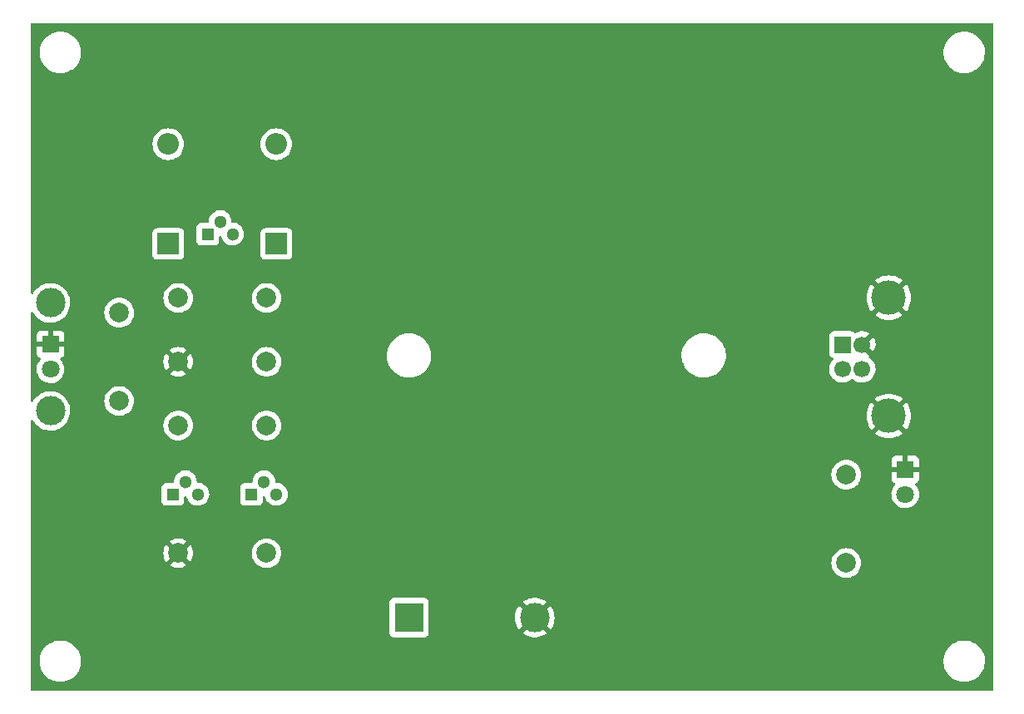
<source format=gbr>
%TF.GenerationSoftware,KiCad,Pcbnew,(6.0.7)*%
%TF.CreationDate,2023-10-27T20:15:12+01:00*%
%TF.ProjectId,slide_tester,736c6964-655f-4746-9573-7465722e6b69,rev?*%
%TF.SameCoordinates,Original*%
%TF.FileFunction,Copper,L2,Bot*%
%TF.FilePolarity,Positive*%
%FSLAX46Y46*%
G04 Gerber Fmt 4.6, Leading zero omitted, Abs format (unit mm)*
G04 Created by KiCad (PCBNEW (6.0.7)) date 2023-10-27 20:15:12*
%MOMM*%
%LPD*%
G01*
G04 APERTURE LIST*
%TA.AperFunction,ComponentPad*%
%ADD10C,2.000000*%
%TD*%
%TA.AperFunction,ComponentPad*%
%ADD11R,1.300000X1.300000*%
%TD*%
%TA.AperFunction,ComponentPad*%
%ADD12C,1.300000*%
%TD*%
%TA.AperFunction,ComponentPad*%
%ADD13C,3.000000*%
%TD*%
%TA.AperFunction,ComponentPad*%
%ADD14R,1.800000X1.800000*%
%TD*%
%TA.AperFunction,ComponentPad*%
%ADD15C,1.800000*%
%TD*%
%TA.AperFunction,ComponentPad*%
%ADD16R,3.000000X3.000000*%
%TD*%
%TA.AperFunction,ComponentPad*%
%ADD17R,1.700000X1.700000*%
%TD*%
%TA.AperFunction,ComponentPad*%
%ADD18C,1.700000*%
%TD*%
%TA.AperFunction,ComponentPad*%
%ADD19C,3.500000*%
%TD*%
%TA.AperFunction,ComponentPad*%
%ADD20R,2.200000X2.200000*%
%TD*%
%TA.AperFunction,ComponentPad*%
%ADD21O,2.200000X2.200000*%
%TD*%
G04 APERTURE END LIST*
D10*
%TO.P,R6,1*%
%TO.N,Net-(D2-Pad1)*%
X116000000Y-79000000D03*
%TO.P,R6,2*%
%TO.N,Net-(Q3-Pad2)*%
X125000000Y-79000000D03*
%TD*%
%TO.P,R3,1*%
%TO.N,Net-(D2-Pad1)*%
X125000000Y-85500000D03*
%TO.P,R3,2*%
%TO.N,GND*%
X116000000Y-85500000D03*
%TD*%
D11*
%TO.P,Q2,1,C*%
%TO.N,Net-(BT1-Pad1)*%
X115460000Y-99000000D03*
D12*
%TO.P,Q2,2,B*%
%TO.N,Net-(Q1-Pad1)*%
X116730000Y-97730000D03*
%TO.P,Q2,3,E*%
%TO.N,Net-(Q1-Pad2)*%
X118000000Y-99000000D03*
%TD*%
D11*
%TO.P,Q3,1,C*%
%TO.N,Net-(D3-Pad1)*%
X119000000Y-72500000D03*
D12*
%TO.P,Q3,2,B*%
%TO.N,Net-(Q3-Pad2)*%
X120270000Y-71230000D03*
%TO.P,Q3,3,E*%
%TO.N,Net-(BT1-Pad1)*%
X121540000Y-72500000D03*
%TD*%
D13*
%TO.P,J2,1,Pin_1*%
%TO.N,Net-(D3-Pad1)*%
X103000000Y-79500000D03*
%TD*%
%TO.P,J3,1,Pin_1*%
%TO.N,Net-(J3-Pad1)*%
X103000000Y-90500000D03*
%TD*%
D10*
%TO.P,R2,1*%
%TO.N,Net-(D2-Pad1)*%
X125000000Y-92000000D03*
%TO.P,R2,2*%
%TO.N,Net-(Q1-Pad2)*%
X116000000Y-92000000D03*
%TD*%
%TO.P,R4,1*%
%TO.N,Net-(J3-Pad1)*%
X110000000Y-89500000D03*
%TO.P,R4,2*%
%TO.N,Net-(D4-Pad2)*%
X110000000Y-80500000D03*
%TD*%
%TO.P,R1,1*%
%TO.N,Net-(D2-Pad2)*%
X184000000Y-97000000D03*
%TO.P,R1,2*%
%TO.N,Net-(D1-Pad2)*%
X184000000Y-106000000D03*
%TD*%
D14*
%TO.P,D1,1,K*%
%TO.N,GND*%
X190000000Y-96460000D03*
D15*
%TO.P,D1,2,A*%
%TO.N,Net-(D1-Pad2)*%
X190000000Y-99000000D03*
%TD*%
D16*
%TO.P,BT1,1,+*%
%TO.N,Net-(BT1-Pad1)*%
X139500000Y-111557500D03*
D13*
%TO.P,BT1,2,-*%
%TO.N,GND*%
X152300000Y-111557500D03*
%TD*%
D10*
%TO.P,R5,1*%
%TO.N,Net-(Q1-Pad1)*%
X125000000Y-105000000D03*
%TO.P,R5,2*%
%TO.N,GND*%
X116000000Y-105000000D03*
%TD*%
D17*
%TO.P,J1,1,VBUS*%
%TO.N,Net-(D2-Pad2)*%
X183620000Y-83750000D03*
D18*
%TO.P,J1,2,D-*%
%TO.N,Net-(J1-Pad2)*%
X183620000Y-86250000D03*
%TO.P,J1,3,D+*%
X185620000Y-86250000D03*
%TO.P,J1,4,GND*%
%TO.N,GND*%
X185620000Y-83750000D03*
D19*
%TO.P,J1,5,Shield*%
X188330000Y-91020000D03*
X188330000Y-78980000D03*
%TD*%
D20*
%TO.P,D3,1,K*%
%TO.N,Net-(D3-Pad1)*%
X115000000Y-73500000D03*
D21*
%TO.P,D3,2,A*%
%TO.N,Net-(D2-Pad1)*%
X115000000Y-63340000D03*
%TD*%
D20*
%TO.P,D2,1,K*%
%TO.N,Net-(D2-Pad1)*%
X126000000Y-73500000D03*
D21*
%TO.P,D2,2,A*%
%TO.N,Net-(D2-Pad2)*%
X126000000Y-63340000D03*
%TD*%
D14*
%TO.P,D4,1,K*%
%TO.N,GND*%
X103000000Y-83725000D03*
D15*
%TO.P,D4,2,A*%
%TO.N,Net-(D4-Pad2)*%
X103000000Y-86265000D03*
%TD*%
D11*
%TO.P,Q1,1,C*%
%TO.N,Net-(Q1-Pad1)*%
X123460000Y-99000000D03*
D12*
%TO.P,Q1,2,B*%
%TO.N,Net-(Q1-Pad2)*%
X124730000Y-97730000D03*
%TO.P,Q1,3,E*%
%TO.N,Net-(D2-Pad1)*%
X126000000Y-99000000D03*
%TD*%
%TA.AperFunction,Conductor*%
%TO.N,GND*%
G36*
X198942121Y-51020002D02*
G01*
X198988614Y-51073658D01*
X199000000Y-51126000D01*
X199000000Y-118874000D01*
X198979998Y-118942121D01*
X198926342Y-118988614D01*
X198874000Y-119000000D01*
X101126000Y-119000000D01*
X101057879Y-118979998D01*
X101011386Y-118926342D01*
X101000000Y-118874000D01*
X101000000Y-116132703D01*
X101890743Y-116132703D01*
X101928268Y-116417734D01*
X102004129Y-116695036D01*
X102116923Y-116959476D01*
X102264561Y-117206161D01*
X102444313Y-117430528D01*
X102652851Y-117628423D01*
X102886317Y-117796186D01*
X102890112Y-117798195D01*
X102890113Y-117798196D01*
X102911869Y-117809715D01*
X103140392Y-117930712D01*
X103410373Y-118029511D01*
X103691264Y-118090755D01*
X103719841Y-118093004D01*
X103914282Y-118108307D01*
X103914291Y-118108307D01*
X103916739Y-118108500D01*
X104072271Y-118108500D01*
X104074407Y-118108354D01*
X104074418Y-118108354D01*
X104282548Y-118094165D01*
X104282554Y-118094164D01*
X104286825Y-118093873D01*
X104291020Y-118093004D01*
X104291022Y-118093004D01*
X104427583Y-118064724D01*
X104568342Y-118035574D01*
X104839343Y-117939607D01*
X105094812Y-117807750D01*
X105098313Y-117805289D01*
X105098317Y-117805287D01*
X105212418Y-117725095D01*
X105330023Y-117642441D01*
X105540622Y-117446740D01*
X105722713Y-117224268D01*
X105872927Y-116979142D01*
X105988483Y-116715898D01*
X106067244Y-116439406D01*
X106107751Y-116154784D01*
X106107845Y-116136951D01*
X106107867Y-116132703D01*
X193890743Y-116132703D01*
X193928268Y-116417734D01*
X194004129Y-116695036D01*
X194116923Y-116959476D01*
X194264561Y-117206161D01*
X194444313Y-117430528D01*
X194652851Y-117628423D01*
X194886317Y-117796186D01*
X194890112Y-117798195D01*
X194890113Y-117798196D01*
X194911869Y-117809715D01*
X195140392Y-117930712D01*
X195410373Y-118029511D01*
X195691264Y-118090755D01*
X195719841Y-118093004D01*
X195914282Y-118108307D01*
X195914291Y-118108307D01*
X195916739Y-118108500D01*
X196072271Y-118108500D01*
X196074407Y-118108354D01*
X196074418Y-118108354D01*
X196282548Y-118094165D01*
X196282554Y-118094164D01*
X196286825Y-118093873D01*
X196291020Y-118093004D01*
X196291022Y-118093004D01*
X196427583Y-118064724D01*
X196568342Y-118035574D01*
X196839343Y-117939607D01*
X197094812Y-117807750D01*
X197098313Y-117805289D01*
X197098317Y-117805287D01*
X197212418Y-117725095D01*
X197330023Y-117642441D01*
X197540622Y-117446740D01*
X197722713Y-117224268D01*
X197872927Y-116979142D01*
X197988483Y-116715898D01*
X198067244Y-116439406D01*
X198107751Y-116154784D01*
X198107845Y-116136951D01*
X198109235Y-115871583D01*
X198109235Y-115871576D01*
X198109257Y-115867297D01*
X198071732Y-115582266D01*
X197995871Y-115304964D01*
X197883077Y-115040524D01*
X197735439Y-114793839D01*
X197555687Y-114569472D01*
X197347149Y-114371577D01*
X197113683Y-114203814D01*
X197091843Y-114192250D01*
X197068654Y-114179972D01*
X196859608Y-114069288D01*
X196589627Y-113970489D01*
X196308736Y-113909245D01*
X196277685Y-113906801D01*
X196085718Y-113891693D01*
X196085709Y-113891693D01*
X196083261Y-113891500D01*
X195927729Y-113891500D01*
X195925593Y-113891646D01*
X195925582Y-113891646D01*
X195717452Y-113905835D01*
X195717446Y-113905836D01*
X195713175Y-113906127D01*
X195708980Y-113906996D01*
X195708978Y-113906996D01*
X195572417Y-113935276D01*
X195431658Y-113964426D01*
X195160657Y-114060393D01*
X194905188Y-114192250D01*
X194901687Y-114194711D01*
X194901683Y-114194713D01*
X194891594Y-114201804D01*
X194669977Y-114357559D01*
X194459378Y-114553260D01*
X194277287Y-114775732D01*
X194127073Y-115020858D01*
X194011517Y-115284102D01*
X193932756Y-115560594D01*
X193892249Y-115845216D01*
X193892227Y-115849505D01*
X193892226Y-115849512D01*
X193890765Y-116128417D01*
X193890743Y-116132703D01*
X106107867Y-116132703D01*
X106109235Y-115871583D01*
X106109235Y-115871576D01*
X106109257Y-115867297D01*
X106071732Y-115582266D01*
X105995871Y-115304964D01*
X105883077Y-115040524D01*
X105735439Y-114793839D01*
X105555687Y-114569472D01*
X105347149Y-114371577D01*
X105113683Y-114203814D01*
X105091843Y-114192250D01*
X105068654Y-114179972D01*
X104859608Y-114069288D01*
X104589627Y-113970489D01*
X104308736Y-113909245D01*
X104277685Y-113906801D01*
X104085718Y-113891693D01*
X104085709Y-113891693D01*
X104083261Y-113891500D01*
X103927729Y-113891500D01*
X103925593Y-113891646D01*
X103925582Y-113891646D01*
X103717452Y-113905835D01*
X103717446Y-113905836D01*
X103713175Y-113906127D01*
X103708980Y-113906996D01*
X103708978Y-113906996D01*
X103572417Y-113935276D01*
X103431658Y-113964426D01*
X103160657Y-114060393D01*
X102905188Y-114192250D01*
X102901687Y-114194711D01*
X102901683Y-114194713D01*
X102891594Y-114201804D01*
X102669977Y-114357559D01*
X102459378Y-114553260D01*
X102277287Y-114775732D01*
X102127073Y-115020858D01*
X102011517Y-115284102D01*
X101932756Y-115560594D01*
X101892249Y-115845216D01*
X101892227Y-115849505D01*
X101892226Y-115849512D01*
X101890765Y-116128417D01*
X101890743Y-116132703D01*
X101000000Y-116132703D01*
X101000000Y-113105634D01*
X137491500Y-113105634D01*
X137498255Y-113167816D01*
X137549385Y-113304205D01*
X137636739Y-113420761D01*
X137753295Y-113508115D01*
X137889684Y-113559245D01*
X137951866Y-113566000D01*
X141048134Y-113566000D01*
X141110316Y-113559245D01*
X141246705Y-113508115D01*
X141363261Y-113420761D01*
X141450615Y-113304205D01*
X141501745Y-113167816D01*
X141503990Y-113147154D01*
X151075618Y-113147154D01*
X151082673Y-113157127D01*
X151113679Y-113183051D01*
X151120598Y-113188079D01*
X151345272Y-113329015D01*
X151352807Y-113333056D01*
X151594520Y-113442194D01*
X151602551Y-113445180D01*
X151856832Y-113520502D01*
X151865184Y-113522369D01*
X152127340Y-113562484D01*
X152135874Y-113563200D01*
X152401045Y-113567367D01*
X152409596Y-113566918D01*
X152672883Y-113535057D01*
X152681284Y-113533455D01*
X152937824Y-113466153D01*
X152945926Y-113463426D01*
X153190949Y-113361934D01*
X153198617Y-113358128D01*
X153427598Y-113224322D01*
X153434679Y-113219509D01*
X153514655Y-113156801D01*
X153523125Y-113144942D01*
X153516608Y-113133318D01*
X152312812Y-111929522D01*
X152298868Y-111921908D01*
X152297035Y-111922039D01*
X152290420Y-111926290D01*
X151082910Y-113133800D01*
X151075618Y-113147154D01*
X141503990Y-113147154D01*
X141508500Y-113105634D01*
X141508500Y-111540704D01*
X150287665Y-111540704D01*
X150302932Y-111805469D01*
X150304005Y-111813970D01*
X150355065Y-112074222D01*
X150357276Y-112082474D01*
X150443184Y-112333394D01*
X150446499Y-112341279D01*
X150565664Y-112578213D01*
X150570020Y-112585579D01*
X150699347Y-112773750D01*
X150709601Y-112782094D01*
X150723342Y-112774948D01*
X151927978Y-111570312D01*
X151934356Y-111558632D01*
X152664408Y-111558632D01*
X152664539Y-111560465D01*
X152668790Y-111567080D01*
X153875730Y-112774020D01*
X153887939Y-112780687D01*
X153899439Y-112771997D01*
X153996831Y-112639413D01*
X154001418Y-112632185D01*
X154127962Y-112399121D01*
X154131530Y-112391327D01*
X154225271Y-112143250D01*
X154227748Y-112135044D01*
X154286954Y-111876538D01*
X154288294Y-111868077D01*
X154312031Y-111602116D01*
X154312277Y-111597177D01*
X154312666Y-111559985D01*
X154312523Y-111555019D01*
X154294362Y-111288623D01*
X154293201Y-111280149D01*
X154239419Y-111020444D01*
X154237120Y-111012209D01*
X154148588Y-110762205D01*
X154145191Y-110754354D01*
X154023550Y-110518678D01*
X154019122Y-110511366D01*
X153900031Y-110341917D01*
X153889509Y-110333537D01*
X153876121Y-110340589D01*
X152672022Y-111544688D01*
X152664408Y-111558632D01*
X151934356Y-111558632D01*
X151935592Y-111556368D01*
X151935461Y-111554535D01*
X151931210Y-111547920D01*
X150723814Y-110340524D01*
X150711804Y-110333966D01*
X150700064Y-110342934D01*
X150591935Y-110493411D01*
X150587418Y-110500696D01*
X150463325Y-110735067D01*
X150459839Y-110742895D01*
X150368700Y-110991946D01*
X150366311Y-111000170D01*
X150309812Y-111259295D01*
X150308563Y-111267750D01*
X150287754Y-111532153D01*
X150287665Y-111540704D01*
X141508500Y-111540704D01*
X141508500Y-110009366D01*
X141504224Y-109970000D01*
X151076584Y-109970000D01*
X151082980Y-109981270D01*
X152287188Y-111185478D01*
X152301132Y-111193092D01*
X152302965Y-111192961D01*
X152309580Y-111188710D01*
X153516604Y-109981686D01*
X153523795Y-109968517D01*
X153516473Y-109958280D01*
X153469233Y-109919615D01*
X153462261Y-109914660D01*
X153236122Y-109776082D01*
X153228552Y-109772124D01*
X152985704Y-109665522D01*
X152977644Y-109662620D01*
X152722592Y-109589967D01*
X152714214Y-109588185D01*
X152451656Y-109550818D01*
X152443111Y-109550191D01*
X152177908Y-109548802D01*
X152169374Y-109549339D01*
X151906433Y-109583956D01*
X151898035Y-109585649D01*
X151642238Y-109655627D01*
X151634143Y-109658446D01*
X151390199Y-109762497D01*
X151382577Y-109766381D01*
X151155013Y-109902575D01*
X151147981Y-109907462D01*
X151085053Y-109957877D01*
X151076584Y-109970000D01*
X141504224Y-109970000D01*
X141501745Y-109947184D01*
X141450615Y-109810795D01*
X141363261Y-109694239D01*
X141246705Y-109606885D01*
X141110316Y-109555755D01*
X141048134Y-109549000D01*
X137951866Y-109549000D01*
X137889684Y-109555755D01*
X137753295Y-109606885D01*
X137636739Y-109694239D01*
X137549385Y-109810795D01*
X137498255Y-109947184D01*
X137491500Y-110009366D01*
X137491500Y-113105634D01*
X101000000Y-113105634D01*
X101000000Y-106232670D01*
X115132160Y-106232670D01*
X115137887Y-106240320D01*
X115309042Y-106345205D01*
X115317837Y-106349687D01*
X115527988Y-106436734D01*
X115537373Y-106439783D01*
X115758554Y-106492885D01*
X115768301Y-106494428D01*
X115995070Y-106512275D01*
X116004930Y-106512275D01*
X116231699Y-106494428D01*
X116241446Y-106492885D01*
X116462627Y-106439783D01*
X116472012Y-106436734D01*
X116682163Y-106349687D01*
X116690958Y-106345205D01*
X116858445Y-106242568D01*
X116867907Y-106232110D01*
X116864124Y-106223334D01*
X116012812Y-105372022D01*
X115998868Y-105364408D01*
X115997035Y-105364539D01*
X115990420Y-105368790D01*
X115138920Y-106220290D01*
X115132160Y-106232670D01*
X101000000Y-106232670D01*
X101000000Y-105004930D01*
X114487725Y-105004930D01*
X114505572Y-105231699D01*
X114507115Y-105241446D01*
X114560217Y-105462627D01*
X114563266Y-105472012D01*
X114650313Y-105682163D01*
X114654795Y-105690958D01*
X114757432Y-105858445D01*
X114767890Y-105867907D01*
X114776666Y-105864124D01*
X115627978Y-105012812D01*
X115634356Y-105001132D01*
X116364408Y-105001132D01*
X116364539Y-105002965D01*
X116368790Y-105009580D01*
X117220290Y-105861080D01*
X117232670Y-105867840D01*
X117240320Y-105862113D01*
X117345205Y-105690958D01*
X117349687Y-105682163D01*
X117436734Y-105472012D01*
X117439783Y-105462627D01*
X117492885Y-105241446D01*
X117494428Y-105231699D01*
X117512275Y-105004930D01*
X117512275Y-105000000D01*
X123486835Y-105000000D01*
X123505465Y-105236711D01*
X123560895Y-105467594D01*
X123562788Y-105472165D01*
X123562789Y-105472167D01*
X123649772Y-105682163D01*
X123651760Y-105686963D01*
X123654346Y-105691183D01*
X123773241Y-105885202D01*
X123773245Y-105885208D01*
X123775824Y-105889416D01*
X123930031Y-106069969D01*
X124110584Y-106224176D01*
X124114792Y-106226755D01*
X124114798Y-106226759D01*
X124308084Y-106345205D01*
X124313037Y-106348240D01*
X124317607Y-106350133D01*
X124317611Y-106350135D01*
X124527833Y-106437211D01*
X124532406Y-106439105D01*
X124612609Y-106458360D01*
X124758476Y-106493380D01*
X124758482Y-106493381D01*
X124763289Y-106494535D01*
X125000000Y-106513165D01*
X125236711Y-106494535D01*
X125241518Y-106493381D01*
X125241524Y-106493380D01*
X125387391Y-106458360D01*
X125467594Y-106439105D01*
X125472167Y-106437211D01*
X125682389Y-106350135D01*
X125682393Y-106350133D01*
X125686963Y-106348240D01*
X125691916Y-106345205D01*
X125885202Y-106226759D01*
X125885208Y-106226755D01*
X125889416Y-106224176D01*
X126069969Y-106069969D01*
X126129728Y-106000000D01*
X182486835Y-106000000D01*
X182505465Y-106236711D01*
X182560895Y-106467594D01*
X182651760Y-106686963D01*
X182654346Y-106691183D01*
X182773241Y-106885202D01*
X182773245Y-106885208D01*
X182775824Y-106889416D01*
X182930031Y-107069969D01*
X183110584Y-107224176D01*
X183114792Y-107226755D01*
X183114798Y-107226759D01*
X183308817Y-107345654D01*
X183313037Y-107348240D01*
X183317607Y-107350133D01*
X183317611Y-107350135D01*
X183527833Y-107437211D01*
X183532406Y-107439105D01*
X183612609Y-107458360D01*
X183758476Y-107493380D01*
X183758482Y-107493381D01*
X183763289Y-107494535D01*
X184000000Y-107513165D01*
X184236711Y-107494535D01*
X184241518Y-107493381D01*
X184241524Y-107493380D01*
X184387391Y-107458360D01*
X184467594Y-107439105D01*
X184472167Y-107437211D01*
X184682389Y-107350135D01*
X184682393Y-107350133D01*
X184686963Y-107348240D01*
X184691183Y-107345654D01*
X184885202Y-107226759D01*
X184885208Y-107226755D01*
X184889416Y-107224176D01*
X185069969Y-107069969D01*
X185224176Y-106889416D01*
X185226755Y-106885208D01*
X185226759Y-106885202D01*
X185345654Y-106691183D01*
X185348240Y-106686963D01*
X185439105Y-106467594D01*
X185494535Y-106236711D01*
X185513165Y-106000000D01*
X185494535Y-105763289D01*
X185475059Y-105682163D01*
X185440260Y-105537218D01*
X185439105Y-105532406D01*
X185437211Y-105527833D01*
X185350135Y-105317611D01*
X185350133Y-105317607D01*
X185348240Y-105313037D01*
X185298396Y-105231699D01*
X185226759Y-105114798D01*
X185226755Y-105114792D01*
X185224176Y-105110584D01*
X185069969Y-104930031D01*
X184889416Y-104775824D01*
X184885208Y-104773245D01*
X184885202Y-104773241D01*
X184691183Y-104654346D01*
X184686963Y-104651760D01*
X184682393Y-104649867D01*
X184682389Y-104649865D01*
X184472167Y-104562789D01*
X184472165Y-104562788D01*
X184467594Y-104560895D01*
X184348929Y-104532406D01*
X184241524Y-104506620D01*
X184241518Y-104506619D01*
X184236711Y-104505465D01*
X184000000Y-104486835D01*
X183763289Y-104505465D01*
X183758482Y-104506619D01*
X183758476Y-104506620D01*
X183651071Y-104532406D01*
X183532406Y-104560895D01*
X183527835Y-104562788D01*
X183527833Y-104562789D01*
X183317611Y-104649865D01*
X183317607Y-104649867D01*
X183313037Y-104651760D01*
X183308817Y-104654346D01*
X183114798Y-104773241D01*
X183114792Y-104773245D01*
X183110584Y-104775824D01*
X182930031Y-104930031D01*
X182775824Y-105110584D01*
X182773245Y-105114792D01*
X182773241Y-105114798D01*
X182701604Y-105231699D01*
X182651760Y-105313037D01*
X182649867Y-105317607D01*
X182649865Y-105317611D01*
X182562789Y-105527833D01*
X182560895Y-105532406D01*
X182559740Y-105537218D01*
X182524942Y-105682163D01*
X182505465Y-105763289D01*
X182486835Y-106000000D01*
X126129728Y-106000000D01*
X126224176Y-105889416D01*
X126226755Y-105885208D01*
X126226759Y-105885202D01*
X126345654Y-105691183D01*
X126348240Y-105686963D01*
X126350229Y-105682163D01*
X126437211Y-105472167D01*
X126437212Y-105472165D01*
X126439105Y-105467594D01*
X126494535Y-105236711D01*
X126513165Y-105000000D01*
X126494535Y-104763289D01*
X126439105Y-104532406D01*
X126420229Y-104486835D01*
X126350135Y-104317611D01*
X126350133Y-104317607D01*
X126348240Y-104313037D01*
X126345654Y-104308817D01*
X126226759Y-104114798D01*
X126226755Y-104114792D01*
X126224176Y-104110584D01*
X126069969Y-103930031D01*
X125889416Y-103775824D01*
X125885208Y-103773245D01*
X125885202Y-103773241D01*
X125691183Y-103654346D01*
X125686963Y-103651760D01*
X125682393Y-103649867D01*
X125682389Y-103649865D01*
X125472167Y-103562789D01*
X125472165Y-103562788D01*
X125467594Y-103560895D01*
X125387391Y-103541640D01*
X125241524Y-103506620D01*
X125241518Y-103506619D01*
X125236711Y-103505465D01*
X125000000Y-103486835D01*
X124763289Y-103505465D01*
X124758482Y-103506619D01*
X124758476Y-103506620D01*
X124612609Y-103541640D01*
X124532406Y-103560895D01*
X124527835Y-103562788D01*
X124527833Y-103562789D01*
X124317611Y-103649865D01*
X124317607Y-103649867D01*
X124313037Y-103651760D01*
X124308817Y-103654346D01*
X124114798Y-103773241D01*
X124114792Y-103773245D01*
X124110584Y-103775824D01*
X123930031Y-103930031D01*
X123775824Y-104110584D01*
X123773245Y-104114792D01*
X123773241Y-104114798D01*
X123654346Y-104308817D01*
X123651760Y-104313037D01*
X123649867Y-104317607D01*
X123649865Y-104317611D01*
X123579771Y-104486835D01*
X123560895Y-104532406D01*
X123505465Y-104763289D01*
X123486835Y-105000000D01*
X117512275Y-105000000D01*
X117512275Y-104995070D01*
X117494428Y-104768301D01*
X117492885Y-104758554D01*
X117439783Y-104537373D01*
X117436734Y-104527988D01*
X117349687Y-104317837D01*
X117345205Y-104309042D01*
X117242568Y-104141555D01*
X117232110Y-104132093D01*
X117223334Y-104135876D01*
X116372022Y-104987188D01*
X116364408Y-105001132D01*
X115634356Y-105001132D01*
X115635592Y-104998868D01*
X115635461Y-104997035D01*
X115631210Y-104990420D01*
X114779710Y-104138920D01*
X114767330Y-104132160D01*
X114759680Y-104137887D01*
X114654795Y-104309042D01*
X114650313Y-104317837D01*
X114563266Y-104527988D01*
X114560217Y-104537373D01*
X114507115Y-104758554D01*
X114505572Y-104768301D01*
X114487725Y-104995070D01*
X114487725Y-105004930D01*
X101000000Y-105004930D01*
X101000000Y-103767890D01*
X115132093Y-103767890D01*
X115135876Y-103776666D01*
X115987188Y-104627978D01*
X116001132Y-104635592D01*
X116002965Y-104635461D01*
X116009580Y-104631210D01*
X116861080Y-103779710D01*
X116867840Y-103767330D01*
X116862113Y-103759680D01*
X116690958Y-103654795D01*
X116682163Y-103650313D01*
X116472012Y-103563266D01*
X116462627Y-103560217D01*
X116241446Y-103507115D01*
X116231699Y-103505572D01*
X116004930Y-103487725D01*
X115995070Y-103487725D01*
X115768301Y-103505572D01*
X115758554Y-103507115D01*
X115537373Y-103560217D01*
X115527988Y-103563266D01*
X115317837Y-103650313D01*
X115309042Y-103654795D01*
X115141555Y-103757432D01*
X115132093Y-103767890D01*
X101000000Y-103767890D01*
X101000000Y-99698134D01*
X114301500Y-99698134D01*
X114308255Y-99760316D01*
X114359385Y-99896705D01*
X114446739Y-100013261D01*
X114563295Y-100100615D01*
X114699684Y-100151745D01*
X114761866Y-100158500D01*
X116158134Y-100158500D01*
X116220316Y-100151745D01*
X116356705Y-100100615D01*
X116473261Y-100013261D01*
X116560615Y-99896705D01*
X116611745Y-99760316D01*
X116618500Y-99698134D01*
X116618500Y-99275084D01*
X116638502Y-99206963D01*
X116692158Y-99160470D01*
X116762432Y-99150366D01*
X116827012Y-99179860D01*
X116866623Y-99244068D01*
X116903272Y-99388372D01*
X116905689Y-99393615D01*
X116961800Y-99515329D01*
X116992411Y-99581731D01*
X117115296Y-99755609D01*
X117267809Y-99904181D01*
X117272605Y-99907386D01*
X117272608Y-99907388D01*
X117344088Y-99955149D01*
X117444843Y-100022471D01*
X117450146Y-100024749D01*
X117450149Y-100024751D01*
X117635163Y-100104239D01*
X117640470Y-100106519D01*
X117716316Y-100123681D01*
X117842501Y-100152234D01*
X117842506Y-100152235D01*
X117848138Y-100153509D01*
X117853909Y-100153736D01*
X117853911Y-100153736D01*
X117915252Y-100156146D01*
X118060891Y-100161869D01*
X118066600Y-100161041D01*
X118066604Y-100161041D01*
X118265890Y-100132145D01*
X118265894Y-100132144D01*
X118271605Y-100131316D01*
X118473223Y-100062876D01*
X118658993Y-99958840D01*
X118822693Y-99822693D01*
X118926287Y-99698134D01*
X122301500Y-99698134D01*
X122308255Y-99760316D01*
X122359385Y-99896705D01*
X122446739Y-100013261D01*
X122563295Y-100100615D01*
X122699684Y-100151745D01*
X122761866Y-100158500D01*
X124158134Y-100158500D01*
X124220316Y-100151745D01*
X124356705Y-100100615D01*
X124473261Y-100013261D01*
X124560615Y-99896705D01*
X124611745Y-99760316D01*
X124618500Y-99698134D01*
X124618500Y-99275084D01*
X124638502Y-99206963D01*
X124692158Y-99160470D01*
X124762432Y-99150366D01*
X124827012Y-99179860D01*
X124866623Y-99244068D01*
X124903272Y-99388372D01*
X124905689Y-99393615D01*
X124961800Y-99515329D01*
X124992411Y-99581731D01*
X125115296Y-99755609D01*
X125267809Y-99904181D01*
X125272605Y-99907386D01*
X125272608Y-99907388D01*
X125344088Y-99955149D01*
X125444843Y-100022471D01*
X125450146Y-100024749D01*
X125450149Y-100024751D01*
X125635163Y-100104239D01*
X125640470Y-100106519D01*
X125716316Y-100123681D01*
X125842501Y-100152234D01*
X125842506Y-100152235D01*
X125848138Y-100153509D01*
X125853909Y-100153736D01*
X125853911Y-100153736D01*
X125915252Y-100156146D01*
X126060891Y-100161869D01*
X126066600Y-100161041D01*
X126066604Y-100161041D01*
X126265890Y-100132145D01*
X126265894Y-100132144D01*
X126271605Y-100131316D01*
X126473223Y-100062876D01*
X126658993Y-99958840D01*
X126822693Y-99822693D01*
X126958840Y-99658993D01*
X127062876Y-99473223D01*
X127131316Y-99271605D01*
X127142178Y-99196697D01*
X127161337Y-99064561D01*
X127161337Y-99064559D01*
X127161869Y-99060891D01*
X127163463Y-99000000D01*
X127160290Y-98965469D01*
X188587095Y-98965469D01*
X188587392Y-98970622D01*
X188587392Y-98970625D01*
X188593067Y-99069041D01*
X188600427Y-99196697D01*
X188601564Y-99201743D01*
X188601565Y-99201749D01*
X188633741Y-99344523D01*
X188651346Y-99422642D01*
X188653288Y-99427424D01*
X188653289Y-99427428D01*
X188715945Y-99581731D01*
X188738484Y-99637237D01*
X188859501Y-99834719D01*
X189011147Y-100009784D01*
X189189349Y-100157730D01*
X189389322Y-100274584D01*
X189605694Y-100357209D01*
X189610760Y-100358240D01*
X189610761Y-100358240D01*
X189663846Y-100369040D01*
X189832656Y-100403385D01*
X189963324Y-100408176D01*
X190058949Y-100411683D01*
X190058953Y-100411683D01*
X190064113Y-100411872D01*
X190069233Y-100411216D01*
X190069235Y-100411216D01*
X190142270Y-100401860D01*
X190293847Y-100382442D01*
X190298795Y-100380957D01*
X190298802Y-100380956D01*
X190510747Y-100317369D01*
X190515690Y-100315886D01*
X190596236Y-100276427D01*
X190719049Y-100216262D01*
X190719052Y-100216260D01*
X190723684Y-100213991D01*
X190912243Y-100079494D01*
X191076303Y-99916005D01*
X191084800Y-99904181D01*
X191140702Y-99826384D01*
X191211458Y-99727917D01*
X191227867Y-99694717D01*
X191311784Y-99524922D01*
X191311785Y-99524920D01*
X191314078Y-99520280D01*
X191381408Y-99298671D01*
X191411640Y-99069041D01*
X191411722Y-99065691D01*
X191413245Y-99003365D01*
X191413245Y-99003361D01*
X191413327Y-99000000D01*
X191403767Y-98883720D01*
X191394773Y-98774318D01*
X191394772Y-98774312D01*
X191394349Y-98769167D01*
X191348997Y-98588611D01*
X191339184Y-98549544D01*
X191339183Y-98549540D01*
X191337925Y-98544533D01*
X191335866Y-98539797D01*
X191247630Y-98336868D01*
X191247628Y-98336865D01*
X191245570Y-98332131D01*
X191119764Y-98137665D01*
X191096141Y-98111703D01*
X191068101Y-98080888D01*
X191029486Y-98038450D01*
X190998434Y-97974605D01*
X191006829Y-97904106D01*
X191052005Y-97849338D01*
X191078449Y-97835669D01*
X191138054Y-97813324D01*
X191153649Y-97804786D01*
X191255724Y-97728285D01*
X191268285Y-97715724D01*
X191344786Y-97613649D01*
X191353324Y-97598054D01*
X191398478Y-97477606D01*
X191402105Y-97462351D01*
X191407631Y-97411486D01*
X191408000Y-97404672D01*
X191408000Y-96732115D01*
X191403525Y-96716876D01*
X191402135Y-96715671D01*
X191394452Y-96714000D01*
X188610116Y-96714000D01*
X188594877Y-96718475D01*
X188593672Y-96719865D01*
X188592001Y-96727548D01*
X188592001Y-97404669D01*
X188592371Y-97411490D01*
X188597895Y-97462352D01*
X188601521Y-97477604D01*
X188646676Y-97598054D01*
X188655214Y-97613649D01*
X188731715Y-97715724D01*
X188744276Y-97728285D01*
X188846351Y-97804786D01*
X188861946Y-97813324D01*
X188921540Y-97835665D01*
X188978304Y-97878307D01*
X189003004Y-97944868D01*
X188987796Y-98014217D01*
X188968404Y-98040698D01*
X188901639Y-98110564D01*
X188898725Y-98114836D01*
X188898724Y-98114837D01*
X188883152Y-98137665D01*
X188771119Y-98301899D01*
X188673602Y-98511981D01*
X188611707Y-98735169D01*
X188587095Y-98965469D01*
X127160290Y-98965469D01*
X127143981Y-98787976D01*
X127086186Y-98583052D01*
X127051531Y-98512777D01*
X126994570Y-98397273D01*
X126992015Y-98392092D01*
X126864622Y-98221491D01*
X126708271Y-98076963D01*
X126528201Y-97963347D01*
X126330441Y-97884449D01*
X126324781Y-97883323D01*
X126324777Y-97883322D01*
X126127282Y-97844038D01*
X126127280Y-97844038D01*
X126121615Y-97842911D01*
X126115840Y-97842835D01*
X126115836Y-97842835D01*
X126059458Y-97842097D01*
X126017016Y-97841542D01*
X125949164Y-97820650D01*
X125903377Y-97766391D01*
X125893195Y-97727082D01*
X125874510Y-97523730D01*
X125874509Y-97523727D01*
X125873981Y-97517976D01*
X125863998Y-97482579D01*
X125817754Y-97318611D01*
X125817753Y-97318609D01*
X125816186Y-97313052D01*
X125780913Y-97241524D01*
X125724570Y-97127273D01*
X125722015Y-97122092D01*
X125630845Y-97000000D01*
X182486835Y-97000000D01*
X182505465Y-97236711D01*
X182560895Y-97467594D01*
X182562788Y-97472165D01*
X182562789Y-97472167D01*
X182629641Y-97633562D01*
X182651760Y-97686963D01*
X182654346Y-97691183D01*
X182773241Y-97885202D01*
X182773245Y-97885208D01*
X182775824Y-97889416D01*
X182930031Y-98069969D01*
X183110584Y-98224176D01*
X183114792Y-98226755D01*
X183114798Y-98226759D01*
X183294480Y-98336868D01*
X183313037Y-98348240D01*
X183317607Y-98350133D01*
X183317611Y-98350135D01*
X183527833Y-98437211D01*
X183532406Y-98439105D01*
X183612609Y-98458360D01*
X183758476Y-98493380D01*
X183758482Y-98493381D01*
X183763289Y-98494535D01*
X184000000Y-98513165D01*
X184236711Y-98494535D01*
X184241518Y-98493381D01*
X184241524Y-98493380D01*
X184387391Y-98458360D01*
X184467594Y-98439105D01*
X184472167Y-98437211D01*
X184682389Y-98350135D01*
X184682393Y-98350133D01*
X184686963Y-98348240D01*
X184705520Y-98336868D01*
X184885202Y-98226759D01*
X184885208Y-98226755D01*
X184889416Y-98224176D01*
X185069969Y-98069969D01*
X185224176Y-97889416D01*
X185226755Y-97885208D01*
X185226759Y-97885202D01*
X185345654Y-97691183D01*
X185348240Y-97686963D01*
X185370360Y-97633562D01*
X185437211Y-97472167D01*
X185437212Y-97472165D01*
X185439105Y-97467594D01*
X185494535Y-97236711D01*
X185513165Y-97000000D01*
X185494535Y-96763289D01*
X185485955Y-96727548D01*
X185448395Y-96571103D01*
X185439105Y-96532406D01*
X185348240Y-96313037D01*
X185345654Y-96308817D01*
X185271547Y-96187885D01*
X188592000Y-96187885D01*
X188596475Y-96203124D01*
X188597865Y-96204329D01*
X188605548Y-96206000D01*
X189727885Y-96206000D01*
X189743124Y-96201525D01*
X189744329Y-96200135D01*
X189746000Y-96192452D01*
X189746000Y-96187885D01*
X190254000Y-96187885D01*
X190258475Y-96203124D01*
X190259865Y-96204329D01*
X190267548Y-96206000D01*
X191389884Y-96206000D01*
X191405123Y-96201525D01*
X191406328Y-96200135D01*
X191407999Y-96192452D01*
X191407999Y-95515331D01*
X191407629Y-95508510D01*
X191402105Y-95457648D01*
X191398479Y-95442396D01*
X191353324Y-95321946D01*
X191344786Y-95306351D01*
X191268285Y-95204276D01*
X191255724Y-95191715D01*
X191153649Y-95115214D01*
X191138054Y-95106676D01*
X191017606Y-95061522D01*
X191002351Y-95057895D01*
X190951486Y-95052369D01*
X190944672Y-95052000D01*
X190272115Y-95052000D01*
X190256876Y-95056475D01*
X190255671Y-95057865D01*
X190254000Y-95065548D01*
X190254000Y-96187885D01*
X189746000Y-96187885D01*
X189746000Y-95070116D01*
X189741525Y-95054877D01*
X189740135Y-95053672D01*
X189732452Y-95052001D01*
X189055331Y-95052001D01*
X189048510Y-95052371D01*
X188997648Y-95057895D01*
X188982396Y-95061521D01*
X188861946Y-95106676D01*
X188846351Y-95115214D01*
X188744276Y-95191715D01*
X188731715Y-95204276D01*
X188655214Y-95306351D01*
X188646676Y-95321946D01*
X188601522Y-95442394D01*
X188597895Y-95457649D01*
X188592369Y-95508514D01*
X188592000Y-95515328D01*
X188592000Y-96187885D01*
X185271547Y-96187885D01*
X185226759Y-96114798D01*
X185226755Y-96114792D01*
X185224176Y-96110584D01*
X185069969Y-95930031D01*
X184889416Y-95775824D01*
X184885208Y-95773245D01*
X184885202Y-95773241D01*
X184691183Y-95654346D01*
X184686963Y-95651760D01*
X184682393Y-95649867D01*
X184682389Y-95649865D01*
X184472167Y-95562789D01*
X184472165Y-95562788D01*
X184467594Y-95560895D01*
X184387391Y-95541640D01*
X184241524Y-95506620D01*
X184241518Y-95506619D01*
X184236711Y-95505465D01*
X184000000Y-95486835D01*
X183763289Y-95505465D01*
X183758482Y-95506619D01*
X183758476Y-95506620D01*
X183612609Y-95541640D01*
X183532406Y-95560895D01*
X183527835Y-95562788D01*
X183527833Y-95562789D01*
X183317611Y-95649865D01*
X183317607Y-95649867D01*
X183313037Y-95651760D01*
X183308817Y-95654346D01*
X183114798Y-95773241D01*
X183114792Y-95773245D01*
X183110584Y-95775824D01*
X182930031Y-95930031D01*
X182775824Y-96110584D01*
X182773245Y-96114792D01*
X182773241Y-96114798D01*
X182654346Y-96308817D01*
X182651760Y-96313037D01*
X182560895Y-96532406D01*
X182551605Y-96571103D01*
X182514046Y-96727548D01*
X182505465Y-96763289D01*
X182486835Y-97000000D01*
X125630845Y-97000000D01*
X125594622Y-96951491D01*
X125438271Y-96806963D01*
X125258201Y-96693347D01*
X125060441Y-96614449D01*
X125054781Y-96613323D01*
X125054777Y-96613322D01*
X124857282Y-96574038D01*
X124857280Y-96574038D01*
X124851615Y-96572911D01*
X124845840Y-96572835D01*
X124845836Y-96572835D01*
X124739161Y-96571439D01*
X124638716Y-96570124D01*
X124633019Y-96571103D01*
X124633018Y-96571103D01*
X124434564Y-96605203D01*
X124434561Y-96605204D01*
X124428874Y-96606181D01*
X124229116Y-96679875D01*
X124046134Y-96788739D01*
X123886054Y-96929125D01*
X123754238Y-97096333D01*
X123751549Y-97101444D01*
X123751547Y-97101447D01*
X123697085Y-97204961D01*
X123655100Y-97284762D01*
X123653386Y-97290283D01*
X123653384Y-97290287D01*
X123617868Y-97404669D01*
X123591961Y-97488102D01*
X123566936Y-97699544D01*
X123567441Y-97707256D01*
X123567239Y-97708160D01*
X123567163Y-97711080D01*
X123566589Y-97711065D01*
X123551941Y-97776538D01*
X123501443Y-97826442D01*
X123441712Y-97841500D01*
X122761866Y-97841500D01*
X122699684Y-97848255D01*
X122563295Y-97899385D01*
X122446739Y-97986739D01*
X122359385Y-98103295D01*
X122308255Y-98239684D01*
X122301500Y-98301866D01*
X122301500Y-99698134D01*
X118926287Y-99698134D01*
X118958840Y-99658993D01*
X119062876Y-99473223D01*
X119131316Y-99271605D01*
X119142178Y-99196697D01*
X119161337Y-99064561D01*
X119161337Y-99064559D01*
X119161869Y-99060891D01*
X119163463Y-99000000D01*
X119143981Y-98787976D01*
X119086186Y-98583052D01*
X119051531Y-98512777D01*
X118994570Y-98397273D01*
X118992015Y-98392092D01*
X118864622Y-98221491D01*
X118708271Y-98076963D01*
X118528201Y-97963347D01*
X118330441Y-97884449D01*
X118324781Y-97883323D01*
X118324777Y-97883322D01*
X118127282Y-97844038D01*
X118127280Y-97844038D01*
X118121615Y-97842911D01*
X118115840Y-97842835D01*
X118115836Y-97842835D01*
X118059458Y-97842097D01*
X118017016Y-97841542D01*
X117949164Y-97820650D01*
X117903377Y-97766391D01*
X117893195Y-97727082D01*
X117874510Y-97523730D01*
X117874509Y-97523727D01*
X117873981Y-97517976D01*
X117863998Y-97482579D01*
X117817754Y-97318611D01*
X117817753Y-97318609D01*
X117816186Y-97313052D01*
X117780913Y-97241524D01*
X117724570Y-97127273D01*
X117722015Y-97122092D01*
X117594622Y-96951491D01*
X117438271Y-96806963D01*
X117258201Y-96693347D01*
X117060441Y-96614449D01*
X117054781Y-96613323D01*
X117054777Y-96613322D01*
X116857282Y-96574038D01*
X116857280Y-96574038D01*
X116851615Y-96572911D01*
X116845840Y-96572835D01*
X116845836Y-96572835D01*
X116739161Y-96571439D01*
X116638716Y-96570124D01*
X116633019Y-96571103D01*
X116633018Y-96571103D01*
X116434564Y-96605203D01*
X116434561Y-96605204D01*
X116428874Y-96606181D01*
X116229116Y-96679875D01*
X116046134Y-96788739D01*
X115886054Y-96929125D01*
X115754238Y-97096333D01*
X115751549Y-97101444D01*
X115751547Y-97101447D01*
X115697085Y-97204961D01*
X115655100Y-97284762D01*
X115653386Y-97290283D01*
X115653384Y-97290287D01*
X115617868Y-97404669D01*
X115591961Y-97488102D01*
X115566936Y-97699544D01*
X115567441Y-97707256D01*
X115567239Y-97708160D01*
X115567163Y-97711080D01*
X115566589Y-97711065D01*
X115551941Y-97776538D01*
X115501443Y-97826442D01*
X115441712Y-97841500D01*
X114761866Y-97841500D01*
X114699684Y-97848255D01*
X114563295Y-97899385D01*
X114446739Y-97986739D01*
X114359385Y-98103295D01*
X114308255Y-98239684D01*
X114301500Y-98301866D01*
X114301500Y-99698134D01*
X101000000Y-99698134D01*
X101000000Y-91524558D01*
X101020002Y-91456437D01*
X101073658Y-91409944D01*
X101143932Y-91399840D01*
X101208512Y-91429334D01*
X101238565Y-91467944D01*
X101267160Y-91524799D01*
X101269586Y-91528328D01*
X101269589Y-91528334D01*
X101419843Y-91746953D01*
X101422274Y-91750490D01*
X101606582Y-91953043D01*
X101609877Y-91955798D01*
X101609878Y-91955799D01*
X101711628Y-92040875D01*
X101816675Y-92128707D01*
X101820316Y-92130991D01*
X102045024Y-92271951D01*
X102045028Y-92271953D01*
X102048664Y-92274234D01*
X102116544Y-92304883D01*
X102294345Y-92385164D01*
X102294349Y-92385166D01*
X102298257Y-92386930D01*
X102302377Y-92388150D01*
X102302376Y-92388150D01*
X102556723Y-92463491D01*
X102556727Y-92463492D01*
X102560836Y-92464709D01*
X102565070Y-92465357D01*
X102565075Y-92465358D01*
X102827298Y-92505483D01*
X102827300Y-92505483D01*
X102831540Y-92506132D01*
X102970912Y-92508322D01*
X103101071Y-92510367D01*
X103101077Y-92510367D01*
X103105362Y-92510434D01*
X103377235Y-92477534D01*
X103642127Y-92408041D01*
X103646087Y-92406401D01*
X103646092Y-92406399D01*
X103768631Y-92355641D01*
X103895136Y-92303241D01*
X104131582Y-92165073D01*
X104342107Y-92000000D01*
X114486835Y-92000000D01*
X114505465Y-92236711D01*
X114506619Y-92241518D01*
X114506620Y-92241524D01*
X114541105Y-92385164D01*
X114560895Y-92467594D01*
X114562788Y-92472165D01*
X114562789Y-92472167D01*
X114576886Y-92506199D01*
X114651760Y-92686963D01*
X114654346Y-92691183D01*
X114773241Y-92885202D01*
X114773245Y-92885208D01*
X114775824Y-92889416D01*
X114930031Y-93069969D01*
X115110584Y-93224176D01*
X115114792Y-93226755D01*
X115114798Y-93226759D01*
X115308817Y-93345654D01*
X115313037Y-93348240D01*
X115317607Y-93350133D01*
X115317611Y-93350135D01*
X115527833Y-93437211D01*
X115532406Y-93439105D01*
X115612609Y-93458360D01*
X115758476Y-93493380D01*
X115758482Y-93493381D01*
X115763289Y-93494535D01*
X116000000Y-93513165D01*
X116236711Y-93494535D01*
X116241518Y-93493381D01*
X116241524Y-93493380D01*
X116387391Y-93458360D01*
X116467594Y-93439105D01*
X116472167Y-93437211D01*
X116682389Y-93350135D01*
X116682393Y-93350133D01*
X116686963Y-93348240D01*
X116691183Y-93345654D01*
X116885202Y-93226759D01*
X116885208Y-93226755D01*
X116889416Y-93224176D01*
X117069969Y-93069969D01*
X117224176Y-92889416D01*
X117226755Y-92885208D01*
X117226759Y-92885202D01*
X117345654Y-92691183D01*
X117348240Y-92686963D01*
X117423115Y-92506199D01*
X117437211Y-92472167D01*
X117437212Y-92472165D01*
X117439105Y-92467594D01*
X117458895Y-92385164D01*
X117493380Y-92241524D01*
X117493381Y-92241518D01*
X117494535Y-92236711D01*
X117513165Y-92000000D01*
X123486835Y-92000000D01*
X123505465Y-92236711D01*
X123506619Y-92241518D01*
X123506620Y-92241524D01*
X123541105Y-92385164D01*
X123560895Y-92467594D01*
X123562788Y-92472165D01*
X123562789Y-92472167D01*
X123576886Y-92506199D01*
X123651760Y-92686963D01*
X123654346Y-92691183D01*
X123773241Y-92885202D01*
X123773245Y-92885208D01*
X123775824Y-92889416D01*
X123930031Y-93069969D01*
X124110584Y-93224176D01*
X124114792Y-93226755D01*
X124114798Y-93226759D01*
X124308817Y-93345654D01*
X124313037Y-93348240D01*
X124317607Y-93350133D01*
X124317611Y-93350135D01*
X124527833Y-93437211D01*
X124532406Y-93439105D01*
X124612609Y-93458360D01*
X124758476Y-93493380D01*
X124758482Y-93493381D01*
X124763289Y-93494535D01*
X125000000Y-93513165D01*
X125236711Y-93494535D01*
X125241518Y-93493381D01*
X125241524Y-93493380D01*
X125387391Y-93458360D01*
X125467594Y-93439105D01*
X125472167Y-93437211D01*
X125682389Y-93350135D01*
X125682393Y-93350133D01*
X125686963Y-93348240D01*
X125691183Y-93345654D01*
X125885202Y-93226759D01*
X125885208Y-93226755D01*
X125889416Y-93224176D01*
X126069969Y-93069969D01*
X126224176Y-92889416D01*
X126226755Y-92885208D01*
X126226759Y-92885202D01*
X126285800Y-92788856D01*
X186926601Y-92788856D01*
X186933059Y-92798216D01*
X186949361Y-92812512D01*
X186955901Y-92817530D01*
X187195144Y-92977387D01*
X187202281Y-92981508D01*
X187460349Y-93108772D01*
X187467953Y-93111922D01*
X187740420Y-93204412D01*
X187748383Y-93206546D01*
X188030600Y-93262683D01*
X188038751Y-93263756D01*
X188325881Y-93282575D01*
X188334119Y-93282575D01*
X188621249Y-93263756D01*
X188629400Y-93262683D01*
X188911617Y-93206546D01*
X188919580Y-93204412D01*
X189192047Y-93111922D01*
X189199651Y-93108772D01*
X189457719Y-92981508D01*
X189464856Y-92977387D01*
X189704099Y-92817530D01*
X189710639Y-92812512D01*
X189725074Y-92799853D01*
X189733472Y-92786614D01*
X189727638Y-92776849D01*
X188342810Y-91392020D01*
X188328869Y-91384408D01*
X188327034Y-91384539D01*
X188320420Y-91388790D01*
X186934116Y-92775095D01*
X186926601Y-92788856D01*
X126285800Y-92788856D01*
X126345654Y-92691183D01*
X126348240Y-92686963D01*
X126423115Y-92506199D01*
X126437211Y-92472167D01*
X126437212Y-92472165D01*
X126439105Y-92467594D01*
X126458895Y-92385164D01*
X126493380Y-92241524D01*
X126493381Y-92241518D01*
X126494535Y-92236711D01*
X126513165Y-92000000D01*
X126494535Y-91763289D01*
X126492225Y-91753664D01*
X126440260Y-91537218D01*
X126439105Y-91532406D01*
X126407638Y-91456437D01*
X126350135Y-91317611D01*
X126350133Y-91317607D01*
X126348240Y-91313037D01*
X126328083Y-91280144D01*
X126226759Y-91114798D01*
X126226755Y-91114792D01*
X126224176Y-91110584D01*
X126150328Y-91024119D01*
X186067425Y-91024119D01*
X186086244Y-91311249D01*
X186087317Y-91319400D01*
X186143454Y-91601617D01*
X186145588Y-91609580D01*
X186238078Y-91882047D01*
X186241228Y-91889651D01*
X186368492Y-92147718D01*
X186372613Y-92154855D01*
X186532470Y-92394099D01*
X186537488Y-92400639D01*
X186550147Y-92415074D01*
X186563386Y-92423472D01*
X186573151Y-92417638D01*
X187957980Y-91032810D01*
X187964357Y-91021131D01*
X188694408Y-91021131D01*
X188694539Y-91022966D01*
X188698790Y-91029580D01*
X190085095Y-92415884D01*
X190098856Y-92423399D01*
X190108216Y-92416941D01*
X190122512Y-92400639D01*
X190127530Y-92394099D01*
X190287387Y-92154855D01*
X190291508Y-92147718D01*
X190418772Y-91889651D01*
X190421922Y-91882047D01*
X190514412Y-91609580D01*
X190516546Y-91601617D01*
X190572683Y-91319400D01*
X190573756Y-91311249D01*
X190592575Y-91024119D01*
X190592575Y-91015881D01*
X190573756Y-90728751D01*
X190572683Y-90720600D01*
X190516544Y-90438376D01*
X190514412Y-90430420D01*
X190421922Y-90157953D01*
X190418772Y-90150349D01*
X190291508Y-89892282D01*
X190287387Y-89885145D01*
X190127530Y-89645901D01*
X190122512Y-89639361D01*
X190109853Y-89624926D01*
X190096614Y-89616528D01*
X190086849Y-89622362D01*
X188702020Y-91007190D01*
X188694408Y-91021131D01*
X187964357Y-91021131D01*
X187965592Y-91018869D01*
X187965461Y-91017034D01*
X187961210Y-91010420D01*
X186574905Y-89624116D01*
X186561144Y-89616601D01*
X186551784Y-89623059D01*
X186537488Y-89639361D01*
X186532470Y-89645901D01*
X186372613Y-89885145D01*
X186368492Y-89892282D01*
X186241228Y-90150349D01*
X186238078Y-90157953D01*
X186145588Y-90430420D01*
X186143456Y-90438376D01*
X186087317Y-90720600D01*
X186086244Y-90728751D01*
X186067425Y-91015881D01*
X186067425Y-91024119D01*
X126150328Y-91024119D01*
X126069969Y-90930031D01*
X125889416Y-90775824D01*
X125885208Y-90773245D01*
X125885202Y-90773241D01*
X125691183Y-90654346D01*
X125686963Y-90651760D01*
X125682393Y-90649867D01*
X125682389Y-90649865D01*
X125472167Y-90562789D01*
X125472165Y-90562788D01*
X125467594Y-90560895D01*
X125379252Y-90539686D01*
X125241524Y-90506620D01*
X125241518Y-90506619D01*
X125236711Y-90505465D01*
X125000000Y-90486835D01*
X124763289Y-90505465D01*
X124758482Y-90506619D01*
X124758476Y-90506620D01*
X124620748Y-90539686D01*
X124532406Y-90560895D01*
X124527835Y-90562788D01*
X124527833Y-90562789D01*
X124317611Y-90649865D01*
X124317607Y-90649867D01*
X124313037Y-90651760D01*
X124308817Y-90654346D01*
X124114798Y-90773241D01*
X124114792Y-90773245D01*
X124110584Y-90775824D01*
X123930031Y-90930031D01*
X123775824Y-91110584D01*
X123773245Y-91114792D01*
X123773241Y-91114798D01*
X123671917Y-91280144D01*
X123651760Y-91313037D01*
X123649867Y-91317607D01*
X123649865Y-91317611D01*
X123592362Y-91456437D01*
X123560895Y-91532406D01*
X123559740Y-91537218D01*
X123507776Y-91753664D01*
X123505465Y-91763289D01*
X123486835Y-92000000D01*
X117513165Y-92000000D01*
X117494535Y-91763289D01*
X117492225Y-91753664D01*
X117440260Y-91537218D01*
X117439105Y-91532406D01*
X117407638Y-91456437D01*
X117350135Y-91317611D01*
X117350133Y-91317607D01*
X117348240Y-91313037D01*
X117328083Y-91280144D01*
X117226759Y-91114798D01*
X117226755Y-91114792D01*
X117224176Y-91110584D01*
X117069969Y-90930031D01*
X116889416Y-90775824D01*
X116885208Y-90773245D01*
X116885202Y-90773241D01*
X116691183Y-90654346D01*
X116686963Y-90651760D01*
X116682393Y-90649867D01*
X116682389Y-90649865D01*
X116472167Y-90562789D01*
X116472165Y-90562788D01*
X116467594Y-90560895D01*
X116379252Y-90539686D01*
X116241524Y-90506620D01*
X116241518Y-90506619D01*
X116236711Y-90505465D01*
X116000000Y-90486835D01*
X115763289Y-90505465D01*
X115758482Y-90506619D01*
X115758476Y-90506620D01*
X115620748Y-90539686D01*
X115532406Y-90560895D01*
X115527835Y-90562788D01*
X115527833Y-90562789D01*
X115317611Y-90649865D01*
X115317607Y-90649867D01*
X115313037Y-90651760D01*
X115308817Y-90654346D01*
X115114798Y-90773241D01*
X115114792Y-90773245D01*
X115110584Y-90775824D01*
X114930031Y-90930031D01*
X114775824Y-91110584D01*
X114773245Y-91114792D01*
X114773241Y-91114798D01*
X114671917Y-91280144D01*
X114651760Y-91313037D01*
X114649867Y-91317607D01*
X114649865Y-91317611D01*
X114592362Y-91456437D01*
X114560895Y-91532406D01*
X114559740Y-91537218D01*
X114507776Y-91753664D01*
X114505465Y-91763289D01*
X114486835Y-92000000D01*
X104342107Y-92000000D01*
X104347089Y-91996094D01*
X104388809Y-91953043D01*
X104534686Y-91802509D01*
X104537669Y-91799431D01*
X104540202Y-91795983D01*
X104540206Y-91795978D01*
X104697257Y-91582178D01*
X104699795Y-91578723D01*
X104701841Y-91574955D01*
X104828418Y-91341830D01*
X104828419Y-91341828D01*
X104830468Y-91338054D01*
X104927269Y-91081877D01*
X104988407Y-90814933D01*
X104991898Y-90775824D01*
X105012531Y-90544627D01*
X105012531Y-90544625D01*
X105012751Y-90542161D01*
X105013193Y-90500000D01*
X105005911Y-90393175D01*
X104994859Y-90231055D01*
X104994858Y-90231049D01*
X104994567Y-90226778D01*
X104985375Y-90182389D01*
X104939901Y-89962809D01*
X104939032Y-89958612D01*
X104847617Y-89700465D01*
X104744149Y-89500000D01*
X108486835Y-89500000D01*
X108505465Y-89736711D01*
X108560895Y-89967594D01*
X108562788Y-89972165D01*
X108562789Y-89972167D01*
X108639744Y-90157953D01*
X108651760Y-90186963D01*
X108654346Y-90191183D01*
X108773241Y-90385202D01*
X108773245Y-90385208D01*
X108775824Y-90389416D01*
X108930031Y-90569969D01*
X109110584Y-90724176D01*
X109114792Y-90726755D01*
X109114798Y-90726759D01*
X109190650Y-90773241D01*
X109313037Y-90848240D01*
X109317607Y-90850133D01*
X109317611Y-90850135D01*
X109502754Y-90926823D01*
X109532406Y-90939105D01*
X109612609Y-90958360D01*
X109758476Y-90993380D01*
X109758482Y-90993381D01*
X109763289Y-90994535D01*
X110000000Y-91013165D01*
X110236711Y-90994535D01*
X110241518Y-90993381D01*
X110241524Y-90993380D01*
X110387391Y-90958360D01*
X110467594Y-90939105D01*
X110497246Y-90926823D01*
X110682389Y-90850135D01*
X110682393Y-90850133D01*
X110686963Y-90848240D01*
X110809350Y-90773241D01*
X110885202Y-90726759D01*
X110885208Y-90726755D01*
X110889416Y-90724176D01*
X111069969Y-90569969D01*
X111224176Y-90389416D01*
X111226755Y-90385208D01*
X111226759Y-90385202D01*
X111345654Y-90191183D01*
X111348240Y-90186963D01*
X111360257Y-90157953D01*
X111437211Y-89972167D01*
X111437212Y-89972165D01*
X111439105Y-89967594D01*
X111494535Y-89736711D01*
X111513165Y-89500000D01*
X111494535Y-89263289D01*
X111492158Y-89253386D01*
X186926528Y-89253386D01*
X186932362Y-89263151D01*
X188317190Y-90647980D01*
X188331131Y-90655592D01*
X188332966Y-90655461D01*
X188339580Y-90651210D01*
X189725884Y-89264905D01*
X189733399Y-89251144D01*
X189726941Y-89241784D01*
X189710639Y-89227488D01*
X189704099Y-89222470D01*
X189464856Y-89062613D01*
X189457719Y-89058492D01*
X189199651Y-88931228D01*
X189192047Y-88928078D01*
X188919580Y-88835588D01*
X188911617Y-88833454D01*
X188629400Y-88777317D01*
X188621249Y-88776244D01*
X188334119Y-88757425D01*
X188325881Y-88757425D01*
X188038751Y-88776244D01*
X188030600Y-88777317D01*
X187748383Y-88833454D01*
X187740420Y-88835588D01*
X187467953Y-88928078D01*
X187460349Y-88931228D01*
X187202282Y-89058492D01*
X187195145Y-89062613D01*
X186955901Y-89222470D01*
X186949361Y-89227488D01*
X186934926Y-89240147D01*
X186926528Y-89253386D01*
X111492158Y-89253386D01*
X111491620Y-89251144D01*
X111446357Y-89062613D01*
X111439105Y-89032406D01*
X111437211Y-89027833D01*
X111350135Y-88817611D01*
X111350133Y-88817607D01*
X111348240Y-88813037D01*
X111284142Y-88708439D01*
X111226759Y-88614798D01*
X111226755Y-88614792D01*
X111224176Y-88610584D01*
X111069969Y-88430031D01*
X110889416Y-88275824D01*
X110885208Y-88273245D01*
X110885202Y-88273241D01*
X110691183Y-88154346D01*
X110686963Y-88151760D01*
X110682393Y-88149867D01*
X110682389Y-88149865D01*
X110472167Y-88062789D01*
X110472165Y-88062788D01*
X110467594Y-88060895D01*
X110387391Y-88041640D01*
X110241524Y-88006620D01*
X110241518Y-88006619D01*
X110236711Y-88005465D01*
X110000000Y-87986835D01*
X109763289Y-88005465D01*
X109758482Y-88006619D01*
X109758476Y-88006620D01*
X109612609Y-88041640D01*
X109532406Y-88060895D01*
X109527835Y-88062788D01*
X109527833Y-88062789D01*
X109317611Y-88149865D01*
X109317607Y-88149867D01*
X109313037Y-88151760D01*
X109308817Y-88154346D01*
X109114798Y-88273241D01*
X109114792Y-88273245D01*
X109110584Y-88275824D01*
X108930031Y-88430031D01*
X108775824Y-88610584D01*
X108773245Y-88614792D01*
X108773241Y-88614798D01*
X108715858Y-88708439D01*
X108651760Y-88813037D01*
X108649867Y-88817607D01*
X108649865Y-88817611D01*
X108562789Y-89027833D01*
X108560895Y-89032406D01*
X108553643Y-89062613D01*
X108508381Y-89251144D01*
X108505465Y-89263289D01*
X108486835Y-89500000D01*
X104744149Y-89500000D01*
X104722013Y-89457112D01*
X104712040Y-89442921D01*
X104585695Y-89263151D01*
X104564545Y-89233057D01*
X104406159Y-89062613D01*
X104381046Y-89035588D01*
X104381043Y-89035585D01*
X104378125Y-89032445D01*
X104374810Y-89029731D01*
X104374806Y-89029728D01*
X104169523Y-88861706D01*
X104166205Y-88858990D01*
X103932704Y-88715901D01*
X103928768Y-88714173D01*
X103685873Y-88607549D01*
X103685869Y-88607548D01*
X103681945Y-88605825D01*
X103418566Y-88530800D01*
X103414324Y-88530196D01*
X103414318Y-88530195D01*
X103213834Y-88501662D01*
X103147443Y-88492213D01*
X103003589Y-88491460D01*
X102877877Y-88490802D01*
X102877871Y-88490802D01*
X102873591Y-88490780D01*
X102869347Y-88491339D01*
X102869343Y-88491339D01*
X102750302Y-88507011D01*
X102602078Y-88526525D01*
X102597938Y-88527658D01*
X102597936Y-88527658D01*
X102525008Y-88547609D01*
X102337928Y-88598788D01*
X102333980Y-88600472D01*
X102089982Y-88704546D01*
X102089978Y-88704548D01*
X102086030Y-88706232D01*
X102066125Y-88718145D01*
X101854725Y-88844664D01*
X101854721Y-88844667D01*
X101851043Y-88846868D01*
X101637318Y-89018094D01*
X101448808Y-89216742D01*
X101289002Y-89439136D01*
X101286998Y-89442921D01*
X101237355Y-89536681D01*
X101187802Y-89587524D01*
X101118628Y-89603506D01*
X101051794Y-89579553D01*
X101008520Y-89523268D01*
X101000000Y-89477722D01*
X101000000Y-86230469D01*
X101587095Y-86230469D01*
X101587392Y-86235622D01*
X101587392Y-86235625D01*
X101593067Y-86334041D01*
X101600427Y-86461697D01*
X101601564Y-86466743D01*
X101601565Y-86466749D01*
X101624827Y-86569969D01*
X101651346Y-86687642D01*
X101653288Y-86692424D01*
X101653289Y-86692428D01*
X101724996Y-86869020D01*
X101738484Y-86902237D01*
X101859501Y-87099719D01*
X102011147Y-87274784D01*
X102163785Y-87401507D01*
X102183522Y-87417892D01*
X102189349Y-87422730D01*
X102389322Y-87539584D01*
X102605694Y-87622209D01*
X102610760Y-87623240D01*
X102610761Y-87623240D01*
X102663846Y-87634040D01*
X102832656Y-87668385D01*
X102963324Y-87673176D01*
X103058949Y-87676683D01*
X103058953Y-87676683D01*
X103064113Y-87676872D01*
X103069233Y-87676216D01*
X103069235Y-87676216D01*
X103142270Y-87666860D01*
X103293847Y-87647442D01*
X103298795Y-87645957D01*
X103298802Y-87645956D01*
X103510747Y-87582369D01*
X103515690Y-87580886D01*
X103520324Y-87578616D01*
X103719049Y-87481262D01*
X103719052Y-87481260D01*
X103723684Y-87478991D01*
X103912243Y-87344494D01*
X104076303Y-87181005D01*
X104211458Y-86992917D01*
X104219141Y-86977373D01*
X104311784Y-86789922D01*
X104311785Y-86789920D01*
X104314078Y-86785280D01*
X104330062Y-86732670D01*
X115132160Y-86732670D01*
X115137887Y-86740320D01*
X115309042Y-86845205D01*
X115317837Y-86849687D01*
X115527988Y-86936734D01*
X115537373Y-86939783D01*
X115758554Y-86992885D01*
X115768301Y-86994428D01*
X115995070Y-87012275D01*
X116004930Y-87012275D01*
X116231699Y-86994428D01*
X116241446Y-86992885D01*
X116462627Y-86939783D01*
X116472012Y-86936734D01*
X116682163Y-86849687D01*
X116690958Y-86845205D01*
X116858445Y-86742568D01*
X116867907Y-86732110D01*
X116864124Y-86723334D01*
X116012812Y-85872022D01*
X115998868Y-85864408D01*
X115997035Y-85864539D01*
X115990420Y-85868790D01*
X115138920Y-86720290D01*
X115132160Y-86732670D01*
X104330062Y-86732670D01*
X104381408Y-86563671D01*
X104411640Y-86334041D01*
X104411985Y-86319908D01*
X104413245Y-86268365D01*
X104413245Y-86268361D01*
X104413327Y-86265000D01*
X104395403Y-86046983D01*
X104394773Y-86039318D01*
X104394772Y-86039312D01*
X104394349Y-86034167D01*
X104337925Y-85809533D01*
X104326952Y-85784297D01*
X104247630Y-85601868D01*
X104247628Y-85601865D01*
X104245570Y-85597131D01*
X104185922Y-85504930D01*
X114487725Y-85504930D01*
X114505572Y-85731699D01*
X114507115Y-85741446D01*
X114560217Y-85962627D01*
X114563266Y-85972012D01*
X114650313Y-86182163D01*
X114654795Y-86190958D01*
X114757432Y-86358445D01*
X114767890Y-86367907D01*
X114776666Y-86364124D01*
X115627978Y-85512812D01*
X115634356Y-85501132D01*
X116364408Y-85501132D01*
X116364539Y-85502965D01*
X116368790Y-85509580D01*
X117220290Y-86361080D01*
X117232670Y-86367840D01*
X117240320Y-86362113D01*
X117345205Y-86190958D01*
X117349687Y-86182163D01*
X117436734Y-85972012D01*
X117439783Y-85962627D01*
X117492885Y-85741446D01*
X117494428Y-85731699D01*
X117512275Y-85504930D01*
X117512275Y-85500000D01*
X123486835Y-85500000D01*
X123505465Y-85736711D01*
X123506619Y-85741518D01*
X123506620Y-85741524D01*
X123524151Y-85814544D01*
X123560895Y-85967594D01*
X123562788Y-85972165D01*
X123562789Y-85972167D01*
X123649772Y-86182163D01*
X123651760Y-86186963D01*
X123654346Y-86191183D01*
X123773241Y-86385202D01*
X123773245Y-86385208D01*
X123775824Y-86389416D01*
X123930031Y-86569969D01*
X124110584Y-86724176D01*
X124114792Y-86726755D01*
X124114798Y-86726759D01*
X124253445Y-86811722D01*
X124313037Y-86848240D01*
X124317607Y-86850133D01*
X124317611Y-86850135D01*
X124527833Y-86937211D01*
X124532406Y-86939105D01*
X124603933Y-86956277D01*
X124758476Y-86993380D01*
X124758482Y-86993381D01*
X124763289Y-86994535D01*
X125000000Y-87013165D01*
X125236711Y-86994535D01*
X125241518Y-86993381D01*
X125241524Y-86993380D01*
X125396067Y-86956277D01*
X125467594Y-86939105D01*
X125472167Y-86937211D01*
X125682389Y-86850135D01*
X125682393Y-86850133D01*
X125686963Y-86848240D01*
X125746555Y-86811722D01*
X125885202Y-86726759D01*
X125885208Y-86726755D01*
X125889416Y-86724176D01*
X126069969Y-86569969D01*
X126224176Y-86389416D01*
X126226755Y-86385208D01*
X126226759Y-86385202D01*
X126345654Y-86191183D01*
X126348240Y-86186963D01*
X126350229Y-86182163D01*
X126437211Y-85972167D01*
X126437212Y-85972165D01*
X126439105Y-85967594D01*
X126475849Y-85814544D01*
X126493380Y-85741524D01*
X126493381Y-85741518D01*
X126494535Y-85736711D01*
X126513165Y-85500000D01*
X126494535Y-85263289D01*
X126492078Y-85253051D01*
X126455493Y-85100669D01*
X126439105Y-85032406D01*
X126428432Y-85006638D01*
X126386293Y-84904904D01*
X137236941Y-84904904D01*
X137237304Y-84909052D01*
X137237304Y-84909056D01*
X137244680Y-84993357D01*
X137263091Y-85203792D01*
X137264001Y-85207864D01*
X137264002Y-85207869D01*
X137327628Y-85492516D01*
X137328540Y-85496595D01*
X137329984Y-85500518D01*
X137329984Y-85500520D01*
X137334507Y-85512812D01*
X137432140Y-85778171D01*
X137434084Y-85781859D01*
X137434088Y-85781867D01*
X137567111Y-86034167D01*
X137572069Y-86043571D01*
X137745871Y-86288133D01*
X137950490Y-86507561D01*
X138182333Y-86697998D01*
X138437325Y-86856100D01*
X138710988Y-86979089D01*
X138822308Y-87012275D01*
X138994514Y-87063612D01*
X138994516Y-87063612D01*
X138998513Y-87064804D01*
X139002633Y-87065457D01*
X139002635Y-87065457D01*
X139121509Y-87084285D01*
X139294848Y-87111739D01*
X139337577Y-87113679D01*
X139387262Y-87115936D01*
X139387281Y-87115936D01*
X139388681Y-87116000D01*
X139576107Y-87116000D01*
X139799370Y-87101171D01*
X139803464Y-87100346D01*
X139803468Y-87100345D01*
X139944513Y-87071905D01*
X140093480Y-87041868D01*
X140377163Y-86944188D01*
X140380896Y-86942319D01*
X140380900Y-86942317D01*
X140641691Y-86811722D01*
X140641693Y-86811721D01*
X140645435Y-86809847D01*
X140825255Y-86687642D01*
X140890125Y-86643557D01*
X140890128Y-86643555D01*
X140893584Y-86641206D01*
X141117248Y-86441226D01*
X141161655Y-86389416D01*
X141309779Y-86216597D01*
X141309782Y-86216593D01*
X141312499Y-86213423D01*
X141314773Y-86209921D01*
X141314777Y-86209916D01*
X141473628Y-85965307D01*
X141473631Y-85965302D01*
X141475907Y-85961797D01*
X141604600Y-85690770D01*
X141634665Y-85597131D01*
X141695038Y-85409091D01*
X141695038Y-85409090D01*
X141696318Y-85405104D01*
X141718968Y-85279217D01*
X141748709Y-85113925D01*
X141748710Y-85113920D01*
X141749448Y-85109816D01*
X141749864Y-85100669D01*
X141758754Y-84904904D01*
X167236941Y-84904904D01*
X167237304Y-84909052D01*
X167237304Y-84909056D01*
X167244680Y-84993357D01*
X167263091Y-85203792D01*
X167264001Y-85207864D01*
X167264002Y-85207869D01*
X167327628Y-85492516D01*
X167328540Y-85496595D01*
X167329984Y-85500518D01*
X167329984Y-85500520D01*
X167334507Y-85512812D01*
X167432140Y-85778171D01*
X167434084Y-85781859D01*
X167434088Y-85781867D01*
X167567111Y-86034167D01*
X167572069Y-86043571D01*
X167745871Y-86288133D01*
X167950490Y-86507561D01*
X168182333Y-86697998D01*
X168437325Y-86856100D01*
X168710988Y-86979089D01*
X168822308Y-87012275D01*
X168994514Y-87063612D01*
X168994516Y-87063612D01*
X168998513Y-87064804D01*
X169002633Y-87065457D01*
X169002635Y-87065457D01*
X169121509Y-87084285D01*
X169294848Y-87111739D01*
X169337577Y-87113679D01*
X169387262Y-87115936D01*
X169387281Y-87115936D01*
X169388681Y-87116000D01*
X169576107Y-87116000D01*
X169799370Y-87101171D01*
X169803464Y-87100346D01*
X169803468Y-87100345D01*
X169944513Y-87071905D01*
X170093480Y-87041868D01*
X170377163Y-86944188D01*
X170380896Y-86942319D01*
X170380900Y-86942317D01*
X170641691Y-86811722D01*
X170641693Y-86811721D01*
X170645435Y-86809847D01*
X170825255Y-86687642D01*
X170890125Y-86643557D01*
X170890128Y-86643555D01*
X170893584Y-86641206D01*
X171117248Y-86441226D01*
X171161655Y-86389416D01*
X171309695Y-86216695D01*
X182257251Y-86216695D01*
X182257548Y-86221848D01*
X182257548Y-86221851D01*
X182265966Y-86367840D01*
X182270110Y-86439715D01*
X182271247Y-86444761D01*
X182271248Y-86444767D01*
X182276202Y-86466749D01*
X182319222Y-86657639D01*
X182403266Y-86864616D01*
X182405965Y-86869020D01*
X182512393Y-87042695D01*
X182519987Y-87055088D01*
X182666250Y-87223938D01*
X182838126Y-87366632D01*
X183031000Y-87479338D01*
X183239692Y-87559030D01*
X183244760Y-87560061D01*
X183244763Y-87560062D01*
X183347117Y-87580886D01*
X183458597Y-87603567D01*
X183463772Y-87603757D01*
X183463774Y-87603757D01*
X183676673Y-87611564D01*
X183676677Y-87611564D01*
X183681837Y-87611753D01*
X183686957Y-87611097D01*
X183686959Y-87611097D01*
X183898288Y-87584025D01*
X183898289Y-87584025D01*
X183903416Y-87583368D01*
X183919255Y-87578616D01*
X184112429Y-87520661D01*
X184112434Y-87520659D01*
X184117384Y-87519174D01*
X184317994Y-87420896D01*
X184499860Y-87291173D01*
X184531076Y-87260066D01*
X184593445Y-87226150D01*
X184664252Y-87231338D01*
X184700500Y-87252373D01*
X184815072Y-87347492D01*
X184838126Y-87366632D01*
X185031000Y-87479338D01*
X185239692Y-87559030D01*
X185244760Y-87560061D01*
X185244763Y-87560062D01*
X185347117Y-87580886D01*
X185458597Y-87603567D01*
X185463772Y-87603757D01*
X185463774Y-87603757D01*
X185676673Y-87611564D01*
X185676677Y-87611564D01*
X185681837Y-87611753D01*
X185686957Y-87611097D01*
X185686959Y-87611097D01*
X185898288Y-87584025D01*
X185898289Y-87584025D01*
X185903416Y-87583368D01*
X185919255Y-87578616D01*
X186112429Y-87520661D01*
X186112434Y-87520659D01*
X186117384Y-87519174D01*
X186317994Y-87420896D01*
X186499860Y-87291173D01*
X186516307Y-87274784D01*
X186614625Y-87176808D01*
X186658096Y-87133489D01*
X186674120Y-87111190D01*
X186785435Y-86956277D01*
X186788453Y-86952077D01*
X186794294Y-86940260D01*
X186885136Y-86756453D01*
X186885137Y-86756451D01*
X186887430Y-86751811D01*
X186943819Y-86566213D01*
X186950865Y-86543023D01*
X186950865Y-86543021D01*
X186952370Y-86538069D01*
X186981529Y-86316590D01*
X186982790Y-86265000D01*
X186983074Y-86253365D01*
X186983074Y-86253361D01*
X186983156Y-86250000D01*
X186964852Y-86027361D01*
X186910431Y-85810702D01*
X186821354Y-85605840D01*
X186781906Y-85544862D01*
X186702822Y-85422617D01*
X186702820Y-85422614D01*
X186700014Y-85418277D01*
X186549670Y-85253051D01*
X186545619Y-85249852D01*
X186545615Y-85249848D01*
X186378414Y-85117800D01*
X186378410Y-85117798D01*
X186374359Y-85114598D01*
X186364184Y-85108981D01*
X186314212Y-85058552D01*
X186299437Y-84989109D01*
X186324551Y-84922703D01*
X186351905Y-84896093D01*
X186369247Y-84883723D01*
X186377648Y-84873023D01*
X186370660Y-84859870D01*
X185349885Y-83839095D01*
X185315859Y-83776783D01*
X185317694Y-83751132D01*
X185984408Y-83751132D01*
X185984539Y-83752965D01*
X185988790Y-83759580D01*
X186730474Y-84501264D01*
X186742484Y-84507823D01*
X186754223Y-84498855D01*
X186785004Y-84456019D01*
X186790315Y-84447180D01*
X186884670Y-84256267D01*
X186888469Y-84246672D01*
X186950376Y-84042915D01*
X186952555Y-84032834D01*
X186980590Y-83819887D01*
X186981109Y-83813212D01*
X186982572Y-83753364D01*
X186982378Y-83746646D01*
X186964781Y-83532604D01*
X186963096Y-83522424D01*
X186911214Y-83315875D01*
X186907894Y-83306124D01*
X186822972Y-83110814D01*
X186818105Y-83101739D01*
X186753063Y-83001197D01*
X186742377Y-82991995D01*
X186732812Y-82996398D01*
X185992022Y-83737188D01*
X185984408Y-83751132D01*
X185317694Y-83751132D01*
X185320924Y-83705968D01*
X185349885Y-83660905D01*
X186373389Y-82637401D01*
X186380410Y-82624544D01*
X186373611Y-82615213D01*
X186369554Y-82612518D01*
X186183117Y-82509599D01*
X186173705Y-82505369D01*
X185972959Y-82434280D01*
X185962989Y-82431646D01*
X185753327Y-82394301D01*
X185743073Y-82393331D01*
X185530116Y-82390728D01*
X185519832Y-82391448D01*
X185309321Y-82423661D01*
X185299293Y-82426050D01*
X185096868Y-82492212D01*
X185087364Y-82496207D01*
X184974363Y-82555032D01*
X184904703Y-82568745D01*
X184838688Y-82542620D01*
X184835667Y-82539949D01*
X184833261Y-82536739D01*
X184716705Y-82449385D01*
X184580316Y-82398255D01*
X184518134Y-82391500D01*
X182721866Y-82391500D01*
X182659684Y-82398255D01*
X182523295Y-82449385D01*
X182406739Y-82536739D01*
X182319385Y-82653295D01*
X182268255Y-82789684D01*
X182261500Y-82851866D01*
X182261500Y-84648134D01*
X182268255Y-84710316D01*
X182319385Y-84846705D01*
X182406739Y-84963261D01*
X182523295Y-85050615D01*
X182531703Y-85053767D01*
X182612309Y-85083985D01*
X182669073Y-85126627D01*
X182693773Y-85193188D01*
X182678566Y-85262537D01*
X182659173Y-85289017D01*
X182560629Y-85392138D01*
X182557715Y-85396410D01*
X182557714Y-85396411D01*
X182478311Y-85512812D01*
X182434743Y-85576680D01*
X182419003Y-85610590D01*
X182362750Y-85731777D01*
X182340688Y-85779305D01*
X182280989Y-85994570D01*
X182257251Y-86216695D01*
X171309695Y-86216695D01*
X171309779Y-86216597D01*
X171309782Y-86216593D01*
X171312499Y-86213423D01*
X171314773Y-86209921D01*
X171314777Y-86209916D01*
X171473628Y-85965307D01*
X171473631Y-85965302D01*
X171475907Y-85961797D01*
X171604600Y-85690770D01*
X171634665Y-85597131D01*
X171695038Y-85409091D01*
X171695038Y-85409090D01*
X171696318Y-85405104D01*
X171718968Y-85279217D01*
X171748709Y-85113925D01*
X171748710Y-85113920D01*
X171749448Y-85109816D01*
X171749864Y-85100669D01*
X171762870Y-84814266D01*
X171762870Y-84814260D01*
X171763059Y-84810096D01*
X171754977Y-84717715D01*
X171745972Y-84614798D01*
X171736909Y-84511208D01*
X171734687Y-84501264D01*
X171672372Y-84222484D01*
X171672371Y-84222481D01*
X171671460Y-84218405D01*
X171567860Y-83936829D01*
X171565916Y-83933141D01*
X171565912Y-83933133D01*
X171429884Y-83675133D01*
X171429883Y-83675132D01*
X171427931Y-83671429D01*
X171254129Y-83426867D01*
X171049510Y-83207439D01*
X170817667Y-83017002D01*
X170562675Y-82858900D01*
X170289012Y-82735911D01*
X170075650Y-82672305D01*
X170005486Y-82651388D01*
X170005484Y-82651388D01*
X170001487Y-82650196D01*
X169997367Y-82649543D01*
X169997365Y-82649543D01*
X169839527Y-82624544D01*
X169705152Y-82603261D01*
X169662423Y-82601321D01*
X169612738Y-82599064D01*
X169612719Y-82599064D01*
X169611319Y-82599000D01*
X169423893Y-82599000D01*
X169200630Y-82613829D01*
X169196536Y-82614654D01*
X169196532Y-82614655D01*
X169083726Y-82637401D01*
X168906520Y-82673132D01*
X168622837Y-82770812D01*
X168619104Y-82772681D01*
X168619100Y-82772683D01*
X168358309Y-82903278D01*
X168354565Y-82905153D01*
X168106416Y-83073794D01*
X167882752Y-83273774D01*
X167880035Y-83276944D01*
X167880034Y-83276945D01*
X167713709Y-83471000D01*
X167687501Y-83501577D01*
X167685227Y-83505079D01*
X167685223Y-83505084D01*
X167534493Y-83737188D01*
X167524093Y-83753203D01*
X167522299Y-83756982D01*
X167522298Y-83756983D01*
X167470218Y-83866664D01*
X167395400Y-84024230D01*
X167394121Y-84028213D01*
X167394120Y-84028216D01*
X167317169Y-84267890D01*
X167303682Y-84309896D01*
X167250552Y-84605184D01*
X167250363Y-84609351D01*
X167250362Y-84609358D01*
X167238133Y-84878649D01*
X167236941Y-84904904D01*
X141758754Y-84904904D01*
X141762870Y-84814266D01*
X141762870Y-84814260D01*
X141763059Y-84810096D01*
X141754977Y-84717715D01*
X141745972Y-84614798D01*
X141736909Y-84511208D01*
X141734687Y-84501264D01*
X141672372Y-84222484D01*
X141672371Y-84222481D01*
X141671460Y-84218405D01*
X141567860Y-83936829D01*
X141565916Y-83933141D01*
X141565912Y-83933133D01*
X141429884Y-83675133D01*
X141429883Y-83675132D01*
X141427931Y-83671429D01*
X141254129Y-83426867D01*
X141049510Y-83207439D01*
X140817667Y-83017002D01*
X140562675Y-82858900D01*
X140289012Y-82735911D01*
X140075650Y-82672305D01*
X140005486Y-82651388D01*
X140005484Y-82651388D01*
X140001487Y-82650196D01*
X139997367Y-82649543D01*
X139997365Y-82649543D01*
X139839527Y-82624544D01*
X139705152Y-82603261D01*
X139662423Y-82601321D01*
X139612738Y-82599064D01*
X139612719Y-82599064D01*
X139611319Y-82599000D01*
X139423893Y-82599000D01*
X139200630Y-82613829D01*
X139196536Y-82614654D01*
X139196532Y-82614655D01*
X139083726Y-82637401D01*
X138906520Y-82673132D01*
X138622837Y-82770812D01*
X138619104Y-82772681D01*
X138619100Y-82772683D01*
X138358309Y-82903278D01*
X138354565Y-82905153D01*
X138106416Y-83073794D01*
X137882752Y-83273774D01*
X137880035Y-83276944D01*
X137880034Y-83276945D01*
X137713709Y-83471000D01*
X137687501Y-83501577D01*
X137685227Y-83505079D01*
X137685223Y-83505084D01*
X137534493Y-83737188D01*
X137524093Y-83753203D01*
X137522299Y-83756982D01*
X137522298Y-83756983D01*
X137470218Y-83866664D01*
X137395400Y-84024230D01*
X137394121Y-84028213D01*
X137394120Y-84028216D01*
X137317169Y-84267890D01*
X137303682Y-84309896D01*
X137250552Y-84605184D01*
X137250363Y-84609351D01*
X137250362Y-84609358D01*
X137238133Y-84878649D01*
X137236941Y-84904904D01*
X126386293Y-84904904D01*
X126350135Y-84817611D01*
X126350133Y-84817607D01*
X126348240Y-84813037D01*
X126305080Y-84742606D01*
X126226759Y-84614798D01*
X126226755Y-84614792D01*
X126224176Y-84610584D01*
X126069969Y-84430031D01*
X125889416Y-84275824D01*
X125885208Y-84273245D01*
X125885202Y-84273241D01*
X125691183Y-84154346D01*
X125686963Y-84151760D01*
X125682393Y-84149867D01*
X125682389Y-84149865D01*
X125472167Y-84062789D01*
X125472165Y-84062788D01*
X125467594Y-84060895D01*
X125387391Y-84041640D01*
X125241524Y-84006620D01*
X125241518Y-84006619D01*
X125236711Y-84005465D01*
X125000000Y-83986835D01*
X124763289Y-84005465D01*
X124758482Y-84006619D01*
X124758476Y-84006620D01*
X124612609Y-84041640D01*
X124532406Y-84060895D01*
X124527835Y-84062788D01*
X124527833Y-84062789D01*
X124317611Y-84149865D01*
X124317607Y-84149867D01*
X124313037Y-84151760D01*
X124308817Y-84154346D01*
X124114798Y-84273241D01*
X124114792Y-84273245D01*
X124110584Y-84275824D01*
X123930031Y-84430031D01*
X123775824Y-84610584D01*
X123773245Y-84614792D01*
X123773241Y-84614798D01*
X123694920Y-84742606D01*
X123651760Y-84813037D01*
X123649867Y-84817607D01*
X123649865Y-84817611D01*
X123571568Y-85006638D01*
X123560895Y-85032406D01*
X123544507Y-85100669D01*
X123507923Y-85253051D01*
X123505465Y-85263289D01*
X123486835Y-85500000D01*
X117512275Y-85500000D01*
X117512275Y-85495070D01*
X117494428Y-85268301D01*
X117492885Y-85258554D01*
X117439783Y-85037373D01*
X117436734Y-85027988D01*
X117349687Y-84817837D01*
X117345205Y-84809042D01*
X117242568Y-84641555D01*
X117232110Y-84632093D01*
X117223334Y-84635876D01*
X116372022Y-85487188D01*
X116364408Y-85501132D01*
X115634356Y-85501132D01*
X115635592Y-85498868D01*
X115635461Y-85497035D01*
X115631210Y-85490420D01*
X114779710Y-84638920D01*
X114767330Y-84632160D01*
X114759680Y-84637887D01*
X114654795Y-84809042D01*
X114650313Y-84817837D01*
X114563266Y-85027988D01*
X114560217Y-85037373D01*
X114507115Y-85258554D01*
X114505572Y-85268301D01*
X114487725Y-85495070D01*
X114487725Y-85504930D01*
X104185922Y-85504930D01*
X104119764Y-85402665D01*
X104114074Y-85396411D01*
X104080776Y-85359818D01*
X104029486Y-85303450D01*
X103998434Y-85239605D01*
X104006829Y-85169106D01*
X104052005Y-85114338D01*
X104078449Y-85100669D01*
X104138054Y-85078324D01*
X104153649Y-85069786D01*
X104255724Y-84993285D01*
X104268285Y-84980724D01*
X104344786Y-84878649D01*
X104353324Y-84863054D01*
X104398478Y-84742606D01*
X104402105Y-84727351D01*
X104407631Y-84676486D01*
X104408000Y-84669672D01*
X104408000Y-84267890D01*
X115132093Y-84267890D01*
X115135876Y-84276666D01*
X115987188Y-85127978D01*
X116001132Y-85135592D01*
X116002965Y-85135461D01*
X116009580Y-85131210D01*
X116861080Y-84279710D01*
X116867840Y-84267330D01*
X116862113Y-84259680D01*
X116690958Y-84154795D01*
X116682163Y-84150313D01*
X116472012Y-84063266D01*
X116462627Y-84060217D01*
X116241446Y-84007115D01*
X116231699Y-84005572D01*
X116004930Y-83987725D01*
X115995070Y-83987725D01*
X115768301Y-84005572D01*
X115758554Y-84007115D01*
X115537373Y-84060217D01*
X115527988Y-84063266D01*
X115317837Y-84150313D01*
X115309042Y-84154795D01*
X115141555Y-84257432D01*
X115132093Y-84267890D01*
X104408000Y-84267890D01*
X104408000Y-83997115D01*
X104403525Y-83981876D01*
X104402135Y-83980671D01*
X104394452Y-83979000D01*
X101610116Y-83979000D01*
X101594877Y-83983475D01*
X101593672Y-83984865D01*
X101592001Y-83992548D01*
X101592001Y-84669669D01*
X101592371Y-84676490D01*
X101597895Y-84727352D01*
X101601521Y-84742604D01*
X101646676Y-84863054D01*
X101655214Y-84878649D01*
X101731715Y-84980724D01*
X101744276Y-84993285D01*
X101846351Y-85069786D01*
X101861946Y-85078324D01*
X101921540Y-85100665D01*
X101978304Y-85143307D01*
X102003004Y-85209868D01*
X101987796Y-85279217D01*
X101968404Y-85305698D01*
X101901639Y-85375564D01*
X101898725Y-85379836D01*
X101898724Y-85379837D01*
X101825494Y-85487188D01*
X101771119Y-85566899D01*
X101673602Y-85776981D01*
X101611707Y-86000169D01*
X101587095Y-86230469D01*
X101000000Y-86230469D01*
X101000000Y-83452885D01*
X101592000Y-83452885D01*
X101596475Y-83468124D01*
X101597865Y-83469329D01*
X101605548Y-83471000D01*
X102727885Y-83471000D01*
X102743124Y-83466525D01*
X102744329Y-83465135D01*
X102746000Y-83457452D01*
X102746000Y-83452885D01*
X103254000Y-83452885D01*
X103258475Y-83468124D01*
X103259865Y-83469329D01*
X103267548Y-83471000D01*
X104389884Y-83471000D01*
X104405123Y-83466525D01*
X104406328Y-83465135D01*
X104407999Y-83457452D01*
X104407999Y-82780331D01*
X104407629Y-82773510D01*
X104402105Y-82722648D01*
X104398479Y-82707396D01*
X104353324Y-82586946D01*
X104344786Y-82571351D01*
X104268285Y-82469276D01*
X104255724Y-82456715D01*
X104153649Y-82380214D01*
X104138054Y-82371676D01*
X104017606Y-82326522D01*
X104002351Y-82322895D01*
X103951486Y-82317369D01*
X103944672Y-82317000D01*
X103272115Y-82317000D01*
X103256876Y-82321475D01*
X103255671Y-82322865D01*
X103254000Y-82330548D01*
X103254000Y-83452885D01*
X102746000Y-83452885D01*
X102746000Y-82335116D01*
X102741525Y-82319877D01*
X102740135Y-82318672D01*
X102732452Y-82317001D01*
X102055331Y-82317001D01*
X102048510Y-82317371D01*
X101997648Y-82322895D01*
X101982396Y-82326521D01*
X101861946Y-82371676D01*
X101846351Y-82380214D01*
X101744276Y-82456715D01*
X101731715Y-82469276D01*
X101655214Y-82571351D01*
X101646676Y-82586946D01*
X101601522Y-82707394D01*
X101597895Y-82722649D01*
X101592369Y-82773514D01*
X101592000Y-82780328D01*
X101592000Y-83452885D01*
X101000000Y-83452885D01*
X101000000Y-80524558D01*
X101020002Y-80456437D01*
X101073658Y-80409944D01*
X101143932Y-80399840D01*
X101208512Y-80429334D01*
X101238565Y-80467944D01*
X101261114Y-80512777D01*
X101267160Y-80524799D01*
X101269586Y-80528328D01*
X101269589Y-80528334D01*
X101409413Y-80731777D01*
X101422274Y-80750490D01*
X101606582Y-80953043D01*
X101816675Y-81128707D01*
X101820316Y-81130991D01*
X102045024Y-81271951D01*
X102045028Y-81271953D01*
X102048664Y-81274234D01*
X102116544Y-81304883D01*
X102294345Y-81385164D01*
X102294349Y-81385166D01*
X102298257Y-81386930D01*
X102302377Y-81388150D01*
X102302376Y-81388150D01*
X102556723Y-81463491D01*
X102556727Y-81463492D01*
X102560836Y-81464709D01*
X102565070Y-81465357D01*
X102565075Y-81465358D01*
X102827298Y-81505483D01*
X102827300Y-81505483D01*
X102831540Y-81506132D01*
X102970912Y-81508322D01*
X103101071Y-81510367D01*
X103101077Y-81510367D01*
X103105362Y-81510434D01*
X103377235Y-81477534D01*
X103642127Y-81408041D01*
X103646087Y-81406401D01*
X103646092Y-81406399D01*
X103768631Y-81355641D01*
X103895136Y-81303241D01*
X104131582Y-81165073D01*
X104347089Y-80996094D01*
X104374708Y-80967594D01*
X104534686Y-80802509D01*
X104537669Y-80799431D01*
X104540202Y-80795983D01*
X104540206Y-80795978D01*
X104697257Y-80582178D01*
X104699795Y-80578723D01*
X104727154Y-80528334D01*
X104742538Y-80500000D01*
X108486835Y-80500000D01*
X108505465Y-80736711D01*
X108506619Y-80741518D01*
X108506620Y-80741524D01*
X108541640Y-80887391D01*
X108560895Y-80967594D01*
X108562788Y-80972165D01*
X108562789Y-80972167D01*
X108641596Y-81162424D01*
X108651760Y-81186963D01*
X108654346Y-81191183D01*
X108773241Y-81385202D01*
X108773245Y-81385208D01*
X108775824Y-81389416D01*
X108930031Y-81569969D01*
X109110584Y-81724176D01*
X109114792Y-81726755D01*
X109114798Y-81726759D01*
X109308817Y-81845654D01*
X109313037Y-81848240D01*
X109317607Y-81850133D01*
X109317611Y-81850135D01*
X109527833Y-81937211D01*
X109532406Y-81939105D01*
X109612609Y-81958360D01*
X109758476Y-81993380D01*
X109758482Y-81993381D01*
X109763289Y-81994535D01*
X110000000Y-82013165D01*
X110236711Y-81994535D01*
X110241518Y-81993381D01*
X110241524Y-81993380D01*
X110387391Y-81958360D01*
X110467594Y-81939105D01*
X110472167Y-81937211D01*
X110682389Y-81850135D01*
X110682393Y-81850133D01*
X110686963Y-81848240D01*
X110691183Y-81845654D01*
X110885202Y-81726759D01*
X110885208Y-81726755D01*
X110889416Y-81724176D01*
X111069969Y-81569969D01*
X111224176Y-81389416D01*
X111226755Y-81385208D01*
X111226759Y-81385202D01*
X111345654Y-81191183D01*
X111348240Y-81186963D01*
X111358405Y-81162424D01*
X111437211Y-80972167D01*
X111437212Y-80972165D01*
X111439105Y-80967594D01*
X111458360Y-80887391D01*
X111491620Y-80748856D01*
X186926601Y-80748856D01*
X186933059Y-80758216D01*
X186949361Y-80772512D01*
X186955901Y-80777530D01*
X187195144Y-80937387D01*
X187202281Y-80941508D01*
X187460349Y-81068772D01*
X187467953Y-81071922D01*
X187740420Y-81164412D01*
X187748383Y-81166546D01*
X188030600Y-81222683D01*
X188038751Y-81223756D01*
X188325881Y-81242575D01*
X188334119Y-81242575D01*
X188621249Y-81223756D01*
X188629400Y-81222683D01*
X188911617Y-81166546D01*
X188919580Y-81164412D01*
X189192047Y-81071922D01*
X189199651Y-81068772D01*
X189457719Y-80941508D01*
X189464856Y-80937387D01*
X189704099Y-80777530D01*
X189710639Y-80772512D01*
X189725074Y-80759853D01*
X189733472Y-80746614D01*
X189727638Y-80736849D01*
X188342810Y-79352020D01*
X188328869Y-79344408D01*
X188327034Y-79344539D01*
X188320420Y-79348790D01*
X186934116Y-80735095D01*
X186926601Y-80748856D01*
X111491620Y-80748856D01*
X111493380Y-80741524D01*
X111493381Y-80741518D01*
X111494535Y-80736711D01*
X111513165Y-80500000D01*
X111494535Y-80263289D01*
X111439105Y-80032406D01*
X111437211Y-80027833D01*
X111350135Y-79817611D01*
X111350133Y-79817607D01*
X111348240Y-79813037D01*
X111345654Y-79808817D01*
X111226759Y-79614798D01*
X111226755Y-79614792D01*
X111224176Y-79610584D01*
X111069969Y-79430031D01*
X110889416Y-79275824D01*
X110885208Y-79273245D01*
X110885202Y-79273241D01*
X110691183Y-79154346D01*
X110686963Y-79151760D01*
X110682393Y-79149867D01*
X110682389Y-79149865D01*
X110472167Y-79062789D01*
X110472165Y-79062788D01*
X110467594Y-79060895D01*
X110387391Y-79041640D01*
X110241524Y-79006620D01*
X110241518Y-79006619D01*
X110236711Y-79005465D01*
X110167273Y-79000000D01*
X114486835Y-79000000D01*
X114505465Y-79236711D01*
X114506619Y-79241518D01*
X114506620Y-79241524D01*
X114531321Y-79344408D01*
X114560895Y-79467594D01*
X114562788Y-79472165D01*
X114562789Y-79472167D01*
X114603139Y-79569580D01*
X114651760Y-79686963D01*
X114654346Y-79691183D01*
X114773241Y-79885202D01*
X114773245Y-79885208D01*
X114775824Y-79889416D01*
X114930031Y-80069969D01*
X115110584Y-80224176D01*
X115114792Y-80226755D01*
X115114798Y-80226759D01*
X115289858Y-80334036D01*
X115313037Y-80348240D01*
X115317607Y-80350133D01*
X115317611Y-80350135D01*
X115527833Y-80437211D01*
X115532406Y-80439105D01*
X115604599Y-80456437D01*
X115758476Y-80493380D01*
X115758482Y-80493381D01*
X115763289Y-80494535D01*
X116000000Y-80513165D01*
X116236711Y-80494535D01*
X116241518Y-80493381D01*
X116241524Y-80493380D01*
X116395401Y-80456437D01*
X116467594Y-80439105D01*
X116472167Y-80437211D01*
X116682389Y-80350135D01*
X116682393Y-80350133D01*
X116686963Y-80348240D01*
X116710142Y-80334036D01*
X116885202Y-80226759D01*
X116885208Y-80226755D01*
X116889416Y-80224176D01*
X117069969Y-80069969D01*
X117224176Y-79889416D01*
X117226755Y-79885208D01*
X117226759Y-79885202D01*
X117345654Y-79691183D01*
X117348240Y-79686963D01*
X117396862Y-79569580D01*
X117437211Y-79472167D01*
X117437212Y-79472165D01*
X117439105Y-79467594D01*
X117468679Y-79344408D01*
X117493380Y-79241524D01*
X117493381Y-79241518D01*
X117494535Y-79236711D01*
X117513165Y-79000000D01*
X123486835Y-79000000D01*
X123505465Y-79236711D01*
X123506619Y-79241518D01*
X123506620Y-79241524D01*
X123531321Y-79344408D01*
X123560895Y-79467594D01*
X123562788Y-79472165D01*
X123562789Y-79472167D01*
X123603139Y-79569580D01*
X123651760Y-79686963D01*
X123654346Y-79691183D01*
X123773241Y-79885202D01*
X123773245Y-79885208D01*
X123775824Y-79889416D01*
X123930031Y-80069969D01*
X124110584Y-80224176D01*
X124114792Y-80226755D01*
X124114798Y-80226759D01*
X124289858Y-80334036D01*
X124313037Y-80348240D01*
X124317607Y-80350133D01*
X124317611Y-80350135D01*
X124527833Y-80437211D01*
X124532406Y-80439105D01*
X124604599Y-80456437D01*
X124758476Y-80493380D01*
X124758482Y-80493381D01*
X124763289Y-80494535D01*
X125000000Y-80513165D01*
X125236711Y-80494535D01*
X125241518Y-80493381D01*
X125241524Y-80493380D01*
X125395401Y-80456437D01*
X125467594Y-80439105D01*
X125472167Y-80437211D01*
X125682389Y-80350135D01*
X125682393Y-80350133D01*
X125686963Y-80348240D01*
X125710142Y-80334036D01*
X125885202Y-80226759D01*
X125885208Y-80226755D01*
X125889416Y-80224176D01*
X126069969Y-80069969D01*
X126224176Y-79889416D01*
X126226755Y-79885208D01*
X126226759Y-79885202D01*
X126345654Y-79691183D01*
X126348240Y-79686963D01*
X126396862Y-79569580D01*
X126437211Y-79472167D01*
X126437212Y-79472165D01*
X126439105Y-79467594D01*
X126468679Y-79344408D01*
X126493380Y-79241524D01*
X126493381Y-79241518D01*
X126494535Y-79236711D01*
X126513165Y-79000000D01*
X126511915Y-78984119D01*
X186067425Y-78984119D01*
X186086244Y-79271249D01*
X186087317Y-79279400D01*
X186143454Y-79561617D01*
X186145588Y-79569580D01*
X186238078Y-79842047D01*
X186241228Y-79849651D01*
X186368492Y-80107718D01*
X186372613Y-80114855D01*
X186532470Y-80354099D01*
X186537488Y-80360639D01*
X186550147Y-80375074D01*
X186563386Y-80383472D01*
X186573151Y-80377638D01*
X187957980Y-78992810D01*
X187964357Y-78981131D01*
X188694408Y-78981131D01*
X188694539Y-78982966D01*
X188698790Y-78989580D01*
X190085095Y-80375884D01*
X190098856Y-80383399D01*
X190108216Y-80376941D01*
X190122512Y-80360639D01*
X190127530Y-80354099D01*
X190287387Y-80114855D01*
X190291508Y-80107718D01*
X190418772Y-79849651D01*
X190421922Y-79842047D01*
X190514412Y-79569580D01*
X190516546Y-79561617D01*
X190572683Y-79279400D01*
X190573756Y-79271249D01*
X190592575Y-78984119D01*
X190592575Y-78975881D01*
X190573756Y-78688751D01*
X190572683Y-78680600D01*
X190516546Y-78398383D01*
X190514412Y-78390420D01*
X190421922Y-78117953D01*
X190418772Y-78110349D01*
X190291508Y-77852282D01*
X190287387Y-77845145D01*
X190127530Y-77605901D01*
X190122512Y-77599361D01*
X190109853Y-77584926D01*
X190096614Y-77576528D01*
X190086849Y-77582362D01*
X188702020Y-78967190D01*
X188694408Y-78981131D01*
X187964357Y-78981131D01*
X187965592Y-78978869D01*
X187965461Y-78977034D01*
X187961210Y-78970420D01*
X186574905Y-77584116D01*
X186561144Y-77576601D01*
X186551784Y-77583059D01*
X186537488Y-77599361D01*
X186532470Y-77605901D01*
X186372613Y-77845145D01*
X186368492Y-77852282D01*
X186241228Y-78110349D01*
X186238078Y-78117953D01*
X186145588Y-78390420D01*
X186143454Y-78398383D01*
X186087317Y-78680600D01*
X186086244Y-78688751D01*
X186067425Y-78975881D01*
X186067425Y-78984119D01*
X126511915Y-78984119D01*
X126494535Y-78763289D01*
X126480423Y-78704506D01*
X126440260Y-78537218D01*
X126439105Y-78532406D01*
X126435320Y-78523268D01*
X126350135Y-78317611D01*
X126350133Y-78317607D01*
X126348240Y-78313037D01*
X126228692Y-78117953D01*
X126226759Y-78114798D01*
X126226755Y-78114792D01*
X126224176Y-78110584D01*
X126069969Y-77930031D01*
X125889416Y-77775824D01*
X125885208Y-77773245D01*
X125885202Y-77773241D01*
X125691183Y-77654346D01*
X125686963Y-77651760D01*
X125682393Y-77649867D01*
X125682389Y-77649865D01*
X125472167Y-77562789D01*
X125472165Y-77562788D01*
X125467594Y-77560895D01*
X125347142Y-77531977D01*
X125241524Y-77506620D01*
X125241518Y-77506619D01*
X125236711Y-77505465D01*
X125000000Y-77486835D01*
X124763289Y-77505465D01*
X124758482Y-77506619D01*
X124758476Y-77506620D01*
X124652858Y-77531977D01*
X124532406Y-77560895D01*
X124527835Y-77562788D01*
X124527833Y-77562789D01*
X124317611Y-77649865D01*
X124317607Y-77649867D01*
X124313037Y-77651760D01*
X124308817Y-77654346D01*
X124114798Y-77773241D01*
X124114792Y-77773245D01*
X124110584Y-77775824D01*
X123930031Y-77930031D01*
X123775824Y-78110584D01*
X123773245Y-78114792D01*
X123773241Y-78114798D01*
X123771308Y-78117953D01*
X123651760Y-78313037D01*
X123649867Y-78317607D01*
X123649865Y-78317611D01*
X123564680Y-78523268D01*
X123560895Y-78532406D01*
X123559740Y-78537218D01*
X123519578Y-78704506D01*
X123505465Y-78763289D01*
X123486835Y-79000000D01*
X117513165Y-79000000D01*
X117494535Y-78763289D01*
X117480423Y-78704506D01*
X117440260Y-78537218D01*
X117439105Y-78532406D01*
X117435320Y-78523268D01*
X117350135Y-78317611D01*
X117350133Y-78317607D01*
X117348240Y-78313037D01*
X117228692Y-78117953D01*
X117226759Y-78114798D01*
X117226755Y-78114792D01*
X117224176Y-78110584D01*
X117069969Y-77930031D01*
X116889416Y-77775824D01*
X116885208Y-77773245D01*
X116885202Y-77773241D01*
X116691183Y-77654346D01*
X116686963Y-77651760D01*
X116682393Y-77649867D01*
X116682389Y-77649865D01*
X116472167Y-77562789D01*
X116472165Y-77562788D01*
X116467594Y-77560895D01*
X116347142Y-77531977D01*
X116241524Y-77506620D01*
X116241518Y-77506619D01*
X116236711Y-77505465D01*
X116000000Y-77486835D01*
X115763289Y-77505465D01*
X115758482Y-77506619D01*
X115758476Y-77506620D01*
X115652858Y-77531977D01*
X115532406Y-77560895D01*
X115527835Y-77562788D01*
X115527833Y-77562789D01*
X115317611Y-77649865D01*
X115317607Y-77649867D01*
X115313037Y-77651760D01*
X115308817Y-77654346D01*
X115114798Y-77773241D01*
X115114792Y-77773245D01*
X115110584Y-77775824D01*
X114930031Y-77930031D01*
X114775824Y-78110584D01*
X114773245Y-78114792D01*
X114773241Y-78114798D01*
X114771308Y-78117953D01*
X114651760Y-78313037D01*
X114649867Y-78317607D01*
X114649865Y-78317611D01*
X114564680Y-78523268D01*
X114560895Y-78532406D01*
X114559740Y-78537218D01*
X114519578Y-78704506D01*
X114505465Y-78763289D01*
X114486835Y-79000000D01*
X110167273Y-79000000D01*
X110000000Y-78986835D01*
X109763289Y-79005465D01*
X109758482Y-79006619D01*
X109758476Y-79006620D01*
X109612609Y-79041640D01*
X109532406Y-79060895D01*
X109527835Y-79062788D01*
X109527833Y-79062789D01*
X109317611Y-79149865D01*
X109317607Y-79149867D01*
X109313037Y-79151760D01*
X109308817Y-79154346D01*
X109114798Y-79273241D01*
X109114792Y-79273245D01*
X109110584Y-79275824D01*
X108930031Y-79430031D01*
X108775824Y-79610584D01*
X108773245Y-79614792D01*
X108773241Y-79614798D01*
X108654346Y-79808817D01*
X108651760Y-79813037D01*
X108649867Y-79817607D01*
X108649865Y-79817611D01*
X108562789Y-80027833D01*
X108560895Y-80032406D01*
X108505465Y-80263289D01*
X108486835Y-80500000D01*
X104742538Y-80500000D01*
X104828418Y-80341830D01*
X104828419Y-80341828D01*
X104830468Y-80338054D01*
X104927269Y-80081877D01*
X104988407Y-79814933D01*
X104999452Y-79691183D01*
X105012531Y-79544627D01*
X105012531Y-79544625D01*
X105012751Y-79542161D01*
X105013193Y-79500000D01*
X105008423Y-79430031D01*
X104994859Y-79231055D01*
X104994858Y-79231049D01*
X104994567Y-79226778D01*
X104939032Y-78958612D01*
X104847617Y-78700465D01*
X104722013Y-78457112D01*
X104712040Y-78442921D01*
X104567008Y-78236562D01*
X104564545Y-78233057D01*
X104378125Y-78032445D01*
X104374810Y-78029731D01*
X104374806Y-78029728D01*
X104169523Y-77861706D01*
X104166205Y-77858990D01*
X103932704Y-77715901D01*
X103928768Y-77714173D01*
X103685873Y-77607549D01*
X103685869Y-77607548D01*
X103681945Y-77605825D01*
X103418566Y-77530800D01*
X103414324Y-77530196D01*
X103414318Y-77530195D01*
X103213834Y-77501662D01*
X103147443Y-77492213D01*
X103003589Y-77491460D01*
X102877877Y-77490802D01*
X102877871Y-77490802D01*
X102873591Y-77490780D01*
X102869347Y-77491339D01*
X102869343Y-77491339D01*
X102764993Y-77505077D01*
X102602078Y-77526525D01*
X102597938Y-77527658D01*
X102597936Y-77527658D01*
X102525008Y-77547609D01*
X102337928Y-77598788D01*
X102333980Y-77600472D01*
X102089982Y-77704546D01*
X102089978Y-77704548D01*
X102086030Y-77706232D01*
X101969750Y-77775824D01*
X101854725Y-77844664D01*
X101854721Y-77844667D01*
X101851043Y-77846868D01*
X101637318Y-78018094D01*
X101448808Y-78216742D01*
X101289002Y-78439136D01*
X101286998Y-78442921D01*
X101237355Y-78536681D01*
X101187802Y-78587524D01*
X101118628Y-78603506D01*
X101051794Y-78579553D01*
X101008520Y-78523268D01*
X101000000Y-78477722D01*
X101000000Y-77213386D01*
X186926528Y-77213386D01*
X186932362Y-77223151D01*
X188317190Y-78607980D01*
X188331131Y-78615592D01*
X188332966Y-78615461D01*
X188339580Y-78611210D01*
X189725884Y-77224905D01*
X189733399Y-77211144D01*
X189726941Y-77201784D01*
X189710639Y-77187488D01*
X189704099Y-77182470D01*
X189464856Y-77022613D01*
X189457719Y-77018492D01*
X189199651Y-76891228D01*
X189192047Y-76888078D01*
X188919580Y-76795588D01*
X188911617Y-76793454D01*
X188629400Y-76737317D01*
X188621249Y-76736244D01*
X188334119Y-76717425D01*
X188325881Y-76717425D01*
X188038751Y-76736244D01*
X188030600Y-76737317D01*
X187748383Y-76793454D01*
X187740420Y-76795588D01*
X187467953Y-76888078D01*
X187460349Y-76891228D01*
X187202282Y-77018492D01*
X187195145Y-77022613D01*
X186955901Y-77182470D01*
X186949361Y-77187488D01*
X186934926Y-77200147D01*
X186926528Y-77213386D01*
X101000000Y-77213386D01*
X101000000Y-74648134D01*
X113391500Y-74648134D01*
X113398255Y-74710316D01*
X113449385Y-74846705D01*
X113536739Y-74963261D01*
X113653295Y-75050615D01*
X113789684Y-75101745D01*
X113851866Y-75108500D01*
X116148134Y-75108500D01*
X116210316Y-75101745D01*
X116346705Y-75050615D01*
X116463261Y-74963261D01*
X116550615Y-74846705D01*
X116601745Y-74710316D01*
X116608500Y-74648134D01*
X124391500Y-74648134D01*
X124398255Y-74710316D01*
X124449385Y-74846705D01*
X124536739Y-74963261D01*
X124653295Y-75050615D01*
X124789684Y-75101745D01*
X124851866Y-75108500D01*
X127148134Y-75108500D01*
X127210316Y-75101745D01*
X127346705Y-75050615D01*
X127463261Y-74963261D01*
X127550615Y-74846705D01*
X127601745Y-74710316D01*
X127608500Y-74648134D01*
X127608500Y-72351866D01*
X127601745Y-72289684D01*
X127550615Y-72153295D01*
X127463261Y-72036739D01*
X127346705Y-71949385D01*
X127210316Y-71898255D01*
X127148134Y-71891500D01*
X124851866Y-71891500D01*
X124789684Y-71898255D01*
X124653295Y-71949385D01*
X124536739Y-72036739D01*
X124449385Y-72153295D01*
X124398255Y-72289684D01*
X124391500Y-72351866D01*
X124391500Y-74648134D01*
X116608500Y-74648134D01*
X116608500Y-73198134D01*
X117841500Y-73198134D01*
X117848255Y-73260316D01*
X117899385Y-73396705D01*
X117986739Y-73513261D01*
X118103295Y-73600615D01*
X118239684Y-73651745D01*
X118301866Y-73658500D01*
X119698134Y-73658500D01*
X119760316Y-73651745D01*
X119896705Y-73600615D01*
X120013261Y-73513261D01*
X120100615Y-73396705D01*
X120151745Y-73260316D01*
X120158500Y-73198134D01*
X120158500Y-72775084D01*
X120178502Y-72706963D01*
X120232158Y-72660470D01*
X120302432Y-72650366D01*
X120367012Y-72679860D01*
X120406623Y-72744068D01*
X120443272Y-72888372D01*
X120445689Y-72893615D01*
X120482389Y-72973223D01*
X120532411Y-73081731D01*
X120655296Y-73255609D01*
X120807809Y-73404181D01*
X120812605Y-73407386D01*
X120812608Y-73407388D01*
X120884088Y-73455149D01*
X120984843Y-73522471D01*
X120990146Y-73524749D01*
X120990149Y-73524751D01*
X121175163Y-73604239D01*
X121180470Y-73606519D01*
X121256316Y-73623681D01*
X121382501Y-73652234D01*
X121382506Y-73652235D01*
X121388138Y-73653509D01*
X121393909Y-73653736D01*
X121393911Y-73653736D01*
X121455252Y-73656146D01*
X121600891Y-73661869D01*
X121606600Y-73661041D01*
X121606604Y-73661041D01*
X121805890Y-73632145D01*
X121805894Y-73632144D01*
X121811605Y-73631316D01*
X122013223Y-73562876D01*
X122198993Y-73458840D01*
X122362693Y-73322693D01*
X122498840Y-73158993D01*
X122602876Y-72973223D01*
X122671316Y-72771605D01*
X122687431Y-72660470D01*
X122701337Y-72564561D01*
X122701337Y-72564559D01*
X122701869Y-72560891D01*
X122703463Y-72500000D01*
X122689852Y-72351866D01*
X122684510Y-72293730D01*
X122684509Y-72293727D01*
X122683981Y-72287976D01*
X122626186Y-72083052D01*
X122600694Y-72031358D01*
X122534570Y-71897273D01*
X122532015Y-71892092D01*
X122404622Y-71721491D01*
X122248271Y-71576963D01*
X122068201Y-71463347D01*
X121870441Y-71384449D01*
X121864781Y-71383323D01*
X121864777Y-71383322D01*
X121667282Y-71344038D01*
X121667280Y-71344038D01*
X121661615Y-71342911D01*
X121655840Y-71342835D01*
X121655836Y-71342835D01*
X121599458Y-71342097D01*
X121557016Y-71341542D01*
X121489164Y-71320650D01*
X121443377Y-71266391D01*
X121433195Y-71227082D01*
X121414510Y-71023730D01*
X121414509Y-71023727D01*
X121413981Y-71017976D01*
X121356186Y-70813052D01*
X121262015Y-70622092D01*
X121134622Y-70451491D01*
X120978271Y-70306963D01*
X120798201Y-70193347D01*
X120600441Y-70114449D01*
X120594781Y-70113323D01*
X120594777Y-70113322D01*
X120397282Y-70074038D01*
X120397280Y-70074038D01*
X120391615Y-70072911D01*
X120385840Y-70072835D01*
X120385836Y-70072835D01*
X120279161Y-70071439D01*
X120178716Y-70070124D01*
X120173019Y-70071103D01*
X120173018Y-70071103D01*
X119974564Y-70105203D01*
X119974561Y-70105204D01*
X119968874Y-70106181D01*
X119769116Y-70179875D01*
X119586134Y-70288739D01*
X119426054Y-70429125D01*
X119294238Y-70596333D01*
X119291549Y-70601444D01*
X119291547Y-70601447D01*
X119237085Y-70704961D01*
X119195100Y-70784762D01*
X119193386Y-70790283D01*
X119193384Y-70790287D01*
X119140494Y-70960623D01*
X119131961Y-70988102D01*
X119106936Y-71199544D01*
X119107441Y-71207256D01*
X119107239Y-71208160D01*
X119107163Y-71211080D01*
X119106589Y-71211065D01*
X119091941Y-71276538D01*
X119041443Y-71326442D01*
X118981712Y-71341500D01*
X118301866Y-71341500D01*
X118239684Y-71348255D01*
X118103295Y-71399385D01*
X117986739Y-71486739D01*
X117899385Y-71603295D01*
X117848255Y-71739684D01*
X117841500Y-71801866D01*
X117841500Y-73198134D01*
X116608500Y-73198134D01*
X116608500Y-72351866D01*
X116601745Y-72289684D01*
X116550615Y-72153295D01*
X116463261Y-72036739D01*
X116346705Y-71949385D01*
X116210316Y-71898255D01*
X116148134Y-71891500D01*
X113851866Y-71891500D01*
X113789684Y-71898255D01*
X113653295Y-71949385D01*
X113536739Y-72036739D01*
X113449385Y-72153295D01*
X113398255Y-72289684D01*
X113391500Y-72351866D01*
X113391500Y-74648134D01*
X101000000Y-74648134D01*
X101000000Y-63340000D01*
X113386526Y-63340000D01*
X113406391Y-63592403D01*
X113465495Y-63838591D01*
X113562384Y-64072502D01*
X113694672Y-64288376D01*
X113859102Y-64480898D01*
X114051624Y-64645328D01*
X114267498Y-64777616D01*
X114272068Y-64779509D01*
X114272072Y-64779511D01*
X114496836Y-64872611D01*
X114501409Y-64874505D01*
X114586032Y-64894821D01*
X114742784Y-64932454D01*
X114742790Y-64932455D01*
X114747597Y-64933609D01*
X115000000Y-64953474D01*
X115252403Y-64933609D01*
X115257210Y-64932455D01*
X115257216Y-64932454D01*
X115413968Y-64894821D01*
X115498591Y-64874505D01*
X115503164Y-64872611D01*
X115727928Y-64779511D01*
X115727932Y-64779509D01*
X115732502Y-64777616D01*
X115948376Y-64645328D01*
X116140898Y-64480898D01*
X116305328Y-64288376D01*
X116437616Y-64072502D01*
X116534505Y-63838591D01*
X116593609Y-63592403D01*
X116613474Y-63340000D01*
X124386526Y-63340000D01*
X124406391Y-63592403D01*
X124465495Y-63838591D01*
X124562384Y-64072502D01*
X124694672Y-64288376D01*
X124859102Y-64480898D01*
X125051624Y-64645328D01*
X125267498Y-64777616D01*
X125272068Y-64779509D01*
X125272072Y-64779511D01*
X125496836Y-64872611D01*
X125501409Y-64874505D01*
X125586032Y-64894821D01*
X125742784Y-64932454D01*
X125742790Y-64932455D01*
X125747597Y-64933609D01*
X126000000Y-64953474D01*
X126252403Y-64933609D01*
X126257210Y-64932455D01*
X126257216Y-64932454D01*
X126413968Y-64894821D01*
X126498591Y-64874505D01*
X126503164Y-64872611D01*
X126727928Y-64779511D01*
X126727932Y-64779509D01*
X126732502Y-64777616D01*
X126948376Y-64645328D01*
X127140898Y-64480898D01*
X127305328Y-64288376D01*
X127437616Y-64072502D01*
X127534505Y-63838591D01*
X127593609Y-63592403D01*
X127613474Y-63340000D01*
X127593609Y-63087597D01*
X127534505Y-62841409D01*
X127437616Y-62607498D01*
X127305328Y-62391624D01*
X127140898Y-62199102D01*
X126948376Y-62034672D01*
X126732502Y-61902384D01*
X126727932Y-61900491D01*
X126727928Y-61900489D01*
X126503164Y-61807389D01*
X126503162Y-61807388D01*
X126498591Y-61805495D01*
X126413968Y-61785179D01*
X126257216Y-61747546D01*
X126257210Y-61747545D01*
X126252403Y-61746391D01*
X126000000Y-61726526D01*
X125747597Y-61746391D01*
X125742790Y-61747545D01*
X125742784Y-61747546D01*
X125586032Y-61785179D01*
X125501409Y-61805495D01*
X125496838Y-61807388D01*
X125496836Y-61807389D01*
X125272072Y-61900489D01*
X125272068Y-61900491D01*
X125267498Y-61902384D01*
X125051624Y-62034672D01*
X124859102Y-62199102D01*
X124694672Y-62391624D01*
X124562384Y-62607498D01*
X124465495Y-62841409D01*
X124406391Y-63087597D01*
X124386526Y-63340000D01*
X116613474Y-63340000D01*
X116593609Y-63087597D01*
X116534505Y-62841409D01*
X116437616Y-62607498D01*
X116305328Y-62391624D01*
X116140898Y-62199102D01*
X115948376Y-62034672D01*
X115732502Y-61902384D01*
X115727932Y-61900491D01*
X115727928Y-61900489D01*
X115503164Y-61807389D01*
X115503162Y-61807388D01*
X115498591Y-61805495D01*
X115413968Y-61785179D01*
X115257216Y-61747546D01*
X115257210Y-61747545D01*
X115252403Y-61746391D01*
X115000000Y-61726526D01*
X114747597Y-61746391D01*
X114742790Y-61747545D01*
X114742784Y-61747546D01*
X114586032Y-61785179D01*
X114501409Y-61805495D01*
X114496838Y-61807388D01*
X114496836Y-61807389D01*
X114272072Y-61900489D01*
X114272068Y-61900491D01*
X114267498Y-61902384D01*
X114051624Y-62034672D01*
X113859102Y-62199102D01*
X113694672Y-62391624D01*
X113562384Y-62607498D01*
X113465495Y-62841409D01*
X113406391Y-63087597D01*
X113386526Y-63340000D01*
X101000000Y-63340000D01*
X101000000Y-54132703D01*
X101890743Y-54132703D01*
X101928268Y-54417734D01*
X102004129Y-54695036D01*
X102116923Y-54959476D01*
X102264561Y-55206161D01*
X102444313Y-55430528D01*
X102652851Y-55628423D01*
X102886317Y-55796186D01*
X102890112Y-55798195D01*
X102890113Y-55798196D01*
X102911869Y-55809715D01*
X103140392Y-55930712D01*
X103410373Y-56029511D01*
X103691264Y-56090755D01*
X103719841Y-56093004D01*
X103914282Y-56108307D01*
X103914291Y-56108307D01*
X103916739Y-56108500D01*
X104072271Y-56108500D01*
X104074407Y-56108354D01*
X104074418Y-56108354D01*
X104282548Y-56094165D01*
X104282554Y-56094164D01*
X104286825Y-56093873D01*
X104291020Y-56093004D01*
X104291022Y-56093004D01*
X104427583Y-56064724D01*
X104568342Y-56035574D01*
X104839343Y-55939607D01*
X105094812Y-55807750D01*
X105098313Y-55805289D01*
X105098317Y-55805287D01*
X105212418Y-55725095D01*
X105330023Y-55642441D01*
X105540622Y-55446740D01*
X105722713Y-55224268D01*
X105872927Y-54979142D01*
X105988483Y-54715898D01*
X106067244Y-54439406D01*
X106107751Y-54154784D01*
X106107845Y-54136951D01*
X106107867Y-54132703D01*
X193890743Y-54132703D01*
X193928268Y-54417734D01*
X194004129Y-54695036D01*
X194116923Y-54959476D01*
X194264561Y-55206161D01*
X194444313Y-55430528D01*
X194652851Y-55628423D01*
X194886317Y-55796186D01*
X194890112Y-55798195D01*
X194890113Y-55798196D01*
X194911869Y-55809715D01*
X195140392Y-55930712D01*
X195410373Y-56029511D01*
X195691264Y-56090755D01*
X195719841Y-56093004D01*
X195914282Y-56108307D01*
X195914291Y-56108307D01*
X195916739Y-56108500D01*
X196072271Y-56108500D01*
X196074407Y-56108354D01*
X196074418Y-56108354D01*
X196282548Y-56094165D01*
X196282554Y-56094164D01*
X196286825Y-56093873D01*
X196291020Y-56093004D01*
X196291022Y-56093004D01*
X196427583Y-56064724D01*
X196568342Y-56035574D01*
X196839343Y-55939607D01*
X197094812Y-55807750D01*
X197098313Y-55805289D01*
X197098317Y-55805287D01*
X197212418Y-55725095D01*
X197330023Y-55642441D01*
X197540622Y-55446740D01*
X197722713Y-55224268D01*
X197872927Y-54979142D01*
X197988483Y-54715898D01*
X198067244Y-54439406D01*
X198107751Y-54154784D01*
X198107845Y-54136951D01*
X198109235Y-53871583D01*
X198109235Y-53871576D01*
X198109257Y-53867297D01*
X198071732Y-53582266D01*
X197995871Y-53304964D01*
X197883077Y-53040524D01*
X197735439Y-52793839D01*
X197555687Y-52569472D01*
X197347149Y-52371577D01*
X197113683Y-52203814D01*
X197091843Y-52192250D01*
X197068654Y-52179972D01*
X196859608Y-52069288D01*
X196589627Y-51970489D01*
X196308736Y-51909245D01*
X196277685Y-51906801D01*
X196085718Y-51891693D01*
X196085709Y-51891693D01*
X196083261Y-51891500D01*
X195927729Y-51891500D01*
X195925593Y-51891646D01*
X195925582Y-51891646D01*
X195717452Y-51905835D01*
X195717446Y-51905836D01*
X195713175Y-51906127D01*
X195708980Y-51906996D01*
X195708978Y-51906996D01*
X195572416Y-51935277D01*
X195431658Y-51964426D01*
X195160657Y-52060393D01*
X194905188Y-52192250D01*
X194901687Y-52194711D01*
X194901683Y-52194713D01*
X194891594Y-52201804D01*
X194669977Y-52357559D01*
X194459378Y-52553260D01*
X194277287Y-52775732D01*
X194127073Y-53020858D01*
X194011517Y-53284102D01*
X193932756Y-53560594D01*
X193892249Y-53845216D01*
X193892227Y-53849505D01*
X193892226Y-53849512D01*
X193890765Y-54128417D01*
X193890743Y-54132703D01*
X106107867Y-54132703D01*
X106109235Y-53871583D01*
X106109235Y-53871576D01*
X106109257Y-53867297D01*
X106071732Y-53582266D01*
X105995871Y-53304964D01*
X105883077Y-53040524D01*
X105735439Y-52793839D01*
X105555687Y-52569472D01*
X105347149Y-52371577D01*
X105113683Y-52203814D01*
X105091843Y-52192250D01*
X105068654Y-52179972D01*
X104859608Y-52069288D01*
X104589627Y-51970489D01*
X104308736Y-51909245D01*
X104277685Y-51906801D01*
X104085718Y-51891693D01*
X104085709Y-51891693D01*
X104083261Y-51891500D01*
X103927729Y-51891500D01*
X103925593Y-51891646D01*
X103925582Y-51891646D01*
X103717452Y-51905835D01*
X103717446Y-51905836D01*
X103713175Y-51906127D01*
X103708980Y-51906996D01*
X103708978Y-51906996D01*
X103572416Y-51935277D01*
X103431658Y-51964426D01*
X103160657Y-52060393D01*
X102905188Y-52192250D01*
X102901687Y-52194711D01*
X102901683Y-52194713D01*
X102891594Y-52201804D01*
X102669977Y-52357559D01*
X102459378Y-52553260D01*
X102277287Y-52775732D01*
X102127073Y-53020858D01*
X102011517Y-53284102D01*
X101932756Y-53560594D01*
X101892249Y-53845216D01*
X101892227Y-53849505D01*
X101892226Y-53849512D01*
X101890765Y-54128417D01*
X101890743Y-54132703D01*
X101000000Y-54132703D01*
X101000000Y-51126000D01*
X101020002Y-51057879D01*
X101073658Y-51011386D01*
X101126000Y-51000000D01*
X198874000Y-51000000D01*
X198942121Y-51020002D01*
G37*
%TD.AperFunction*%
%TD*%
M02*

</source>
